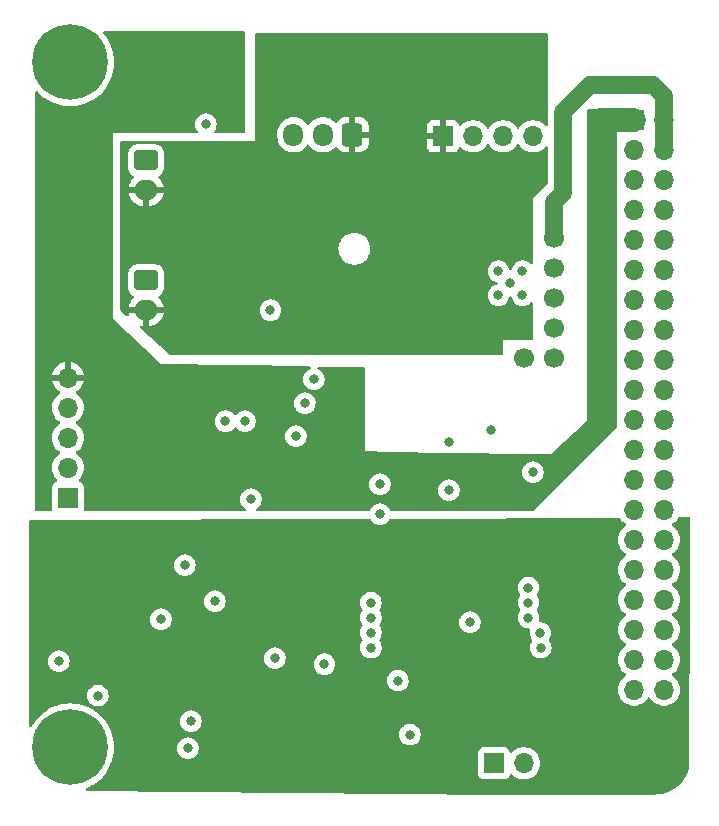
<source format=gbr>
%TF.GenerationSoftware,KiCad,Pcbnew,(6.99.0-2504-g6a9c6e8599)*%
%TF.CreationDate,2023-09-25T00:56:30-07:00*%
%TF.ProjectId,BuoyPower,42756f79-506f-4776-9572-2e6b69636164,rev?*%
%TF.SameCoordinates,Original*%
%TF.FileFunction,Copper,L2,Inr*%
%TF.FilePolarity,Positive*%
%FSLAX46Y46*%
G04 Gerber Fmt 4.6, Leading zero omitted, Abs format (unit mm)*
G04 Created by KiCad (PCBNEW (6.99.0-2504-g6a9c6e8599)) date 2023-09-25 00:56:30*
%MOMM*%
%LPD*%
G01*
G04 APERTURE LIST*
G04 Aperture macros list*
%AMRoundRect*
0 Rectangle with rounded corners*
0 $1 Rounding radius*
0 $2 $3 $4 $5 $6 $7 $8 $9 X,Y pos of 4 corners*
0 Add a 4 corners polygon primitive as box body*
4,1,4,$2,$3,$4,$5,$6,$7,$8,$9,$2,$3,0*
0 Add four circle primitives for the rounded corners*
1,1,$1+$1,$2,$3*
1,1,$1+$1,$4,$5*
1,1,$1+$1,$6,$7*
1,1,$1+$1,$8,$9*
0 Add four rect primitives between the rounded corners*
20,1,$1+$1,$2,$3,$4,$5,0*
20,1,$1+$1,$4,$5,$6,$7,0*
20,1,$1+$1,$6,$7,$8,$9,0*
20,1,$1+$1,$8,$9,$2,$3,0*%
G04 Aperture macros list end*
%TA.AperFunction,ComponentPad*%
%ADD10R,1.700000X1.700000*%
%TD*%
%TA.AperFunction,ComponentPad*%
%ADD11O,1.700000X1.700000*%
%TD*%
%TA.AperFunction,ComponentPad*%
%ADD12RoundRect,0.250000X0.600000X0.725000X-0.600000X0.725000X-0.600000X-0.725000X0.600000X-0.725000X0*%
%TD*%
%TA.AperFunction,ComponentPad*%
%ADD13O,1.700000X1.950000*%
%TD*%
%TA.AperFunction,ComponentPad*%
%ADD14RoundRect,0.250000X-0.750000X0.600000X-0.750000X-0.600000X0.750000X-0.600000X0.750000X0.600000X0*%
%TD*%
%TA.AperFunction,ComponentPad*%
%ADD15O,2.000000X1.700000*%
%TD*%
%TA.AperFunction,ComponentPad*%
%ADD16C,0.800000*%
%TD*%
%TA.AperFunction,ComponentPad*%
%ADD17C,6.400000*%
%TD*%
%TA.AperFunction,ComponentPad*%
%ADD18C,1.700000*%
%TD*%
%TA.AperFunction,ViaPad*%
%ADD19C,0.800000*%
%TD*%
%TA.AperFunction,Conductor*%
%ADD20C,1.500000*%
%TD*%
%TA.AperFunction,Conductor*%
%ADD21C,2.000000*%
%TD*%
G04 APERTURE END LIST*
D10*
%TO.N,GND*%
%TO.C,J9*%
X164332999Y-128523999D03*
D11*
%TO.N,Net-(BT2-+)*%
X166872999Y-128523999D03*
%TD*%
D10*
%TO.N,BATT_IN*%
%TO.C,J8*%
X160029999Y-75437999D03*
D11*
%TO.N,GND*%
X162569999Y-75437999D03*
%TO.N,+5V*%
X165109999Y-75437999D03*
%TO.N,GND*%
X167649999Y-75437999D03*
%TD*%
D12*
%TO.N,BATT_IN*%
%TO.C,J5*%
X152360000Y-75311000D03*
D13*
%TO.N,unconnected-(J5-Pin_2)*%
X149859999Y-75310999D03*
%TO.N,GND*%
X147359999Y-75310999D03*
%TD*%
D14*
%TO.N,GND*%
%TO.C,J4*%
X134895000Y-87650000D03*
D15*
%TO.N,BATT_IN*%
X134894999Y-90149999D03*
%TD*%
D16*
%TO.N,N/C*%
%TO.C,H3*%
X130868000Y-127174000D03*
X130165056Y-128871056D03*
X130165056Y-125476944D03*
X128468000Y-129574000D03*
D17*
X128468000Y-127174000D03*
D16*
X128468000Y-124774000D03*
X126770944Y-128871056D03*
X126770944Y-125476944D03*
X126068000Y-127174000D03*
%TD*%
%TO.N,N/C*%
%TO.C,H2*%
X130868000Y-69174000D03*
X130165056Y-70871056D03*
X130165056Y-67476944D03*
X128468000Y-71574000D03*
D17*
X128468000Y-69174000D03*
D16*
X128468000Y-66774000D03*
X126770944Y-70871056D03*
X126770944Y-67476944D03*
X126068000Y-69174000D03*
%TD*%
D10*
%TO.N,/HOLD*%
%TO.C,J2*%
X128269999Y-106039999D03*
D11*
%TO.N,/SCL*%
X128269999Y-103499999D03*
%TO.N,/SDA*%
X128269999Y-100959999D03*
%TO.N,GND*%
X128269999Y-98419999D03*
%TO.N,VBUS*%
X128269999Y-95879999D03*
%TD*%
D18*
%TO.N,+5V*%
%TO.C,J1*%
X169418000Y-84074000D03*
%TO.N,GND*%
X169418000Y-86614000D03*
X169418000Y-89154000D03*
%TO.N,/PowerMonitor/VOUT*%
X169418000Y-91694000D03*
%TO.N,/REG_EN*%
X169418000Y-94234000D03*
%TO.N,N/C*%
X166878000Y-94234000D03*
%TD*%
D14*
%TO.N,GND*%
%TO.C,J7*%
X134895000Y-77490000D03*
D15*
%TO.N,BATT_IN*%
X134894999Y-79989999D03*
%TD*%
D10*
%TO.N,VBUS*%
%TO.C,J10*%
X176197999Y-74043999D03*
D11*
%TO.N,+5V*%
X178737999Y-74043999D03*
%TO.N,/SDA*%
X176197999Y-76583999D03*
%TO.N,+5V*%
X178737999Y-76583999D03*
%TO.N,/SCL*%
X176197999Y-79123999D03*
%TO.N,GND*%
X178737999Y-79123999D03*
%TO.N,unconnected-(J10-Pin_7)*%
X176197999Y-81663999D03*
%TO.N,unconnected-(J10-Pin_8)*%
X178737999Y-81663999D03*
%TO.N,unconnected-(J10-Pin_9)*%
X176197999Y-84203999D03*
%TO.N,unconnected-(J10-Pin_10)*%
X178737999Y-84203999D03*
%TO.N,/HOLD*%
X176197999Y-86743999D03*
%TO.N,unconnected-(J10-Pin_12)*%
X178737999Y-86743999D03*
%TO.N,/TEST*%
X176197999Y-89283999D03*
%TO.N,unconnected-(J10-Pin_14)*%
X178737999Y-89283999D03*
%TO.N,unconnected-(J10-Pin_15)*%
X176197999Y-91823999D03*
%TO.N,unconnected-(J10-Pin_16)*%
X178737999Y-91823999D03*
%TO.N,unconnected-(J10-Pin_17)*%
X176197999Y-94363999D03*
%TO.N,unconnected-(J10-Pin_18)*%
X178737999Y-94363999D03*
%TO.N,unconnected-(J10-Pin_19)*%
X176197999Y-96903999D03*
%TO.N,unconnected-(J10-Pin_20)*%
X178737999Y-96903999D03*
%TO.N,unconnected-(J10-Pin_21)*%
X176197999Y-99443999D03*
%TO.N,unconnected-(J10-Pin_22)*%
X178737999Y-99443999D03*
%TO.N,unconnected-(J10-Pin_23)*%
X176197999Y-101983999D03*
%TO.N,unconnected-(J10-Pin_24)*%
X178737999Y-101983999D03*
%TO.N,unconnected-(J10-Pin_25)*%
X176197999Y-104523999D03*
%TO.N,unconnected-(J10-Pin_26)*%
X178737999Y-104523999D03*
%TO.N,unconnected-(J10-Pin_27)*%
X176197999Y-107063999D03*
%TO.N,unconnected-(J10-Pin_28)*%
X178737999Y-107063999D03*
%TO.N,unconnected-(J10-Pin_29)*%
X176197999Y-109603999D03*
%TO.N,unconnected-(J10-Pin_30)*%
X178737999Y-109603999D03*
%TO.N,unconnected-(J10-Pin_31)*%
X176197999Y-112143999D03*
%TO.N,unconnected-(J10-Pin_32)*%
X178737999Y-112143999D03*
%TO.N,unconnected-(J10-Pin_33)*%
X176197999Y-114683999D03*
%TO.N,unconnected-(J10-Pin_34)*%
X178737999Y-114683999D03*
%TO.N,unconnected-(J10-Pin_35)*%
X176197999Y-117223999D03*
%TO.N,unconnected-(J10-Pin_36)*%
X178737999Y-117223999D03*
%TO.N,unconnected-(J10-Pin_37)*%
X176197999Y-119763999D03*
%TO.N,unconnected-(J10-Pin_38)*%
X178737999Y-119763999D03*
%TO.N,GND*%
X176197999Y-122303999D03*
%TO.N,unconnected-(J10-Pin_40)*%
X178737999Y-122303999D03*
%TD*%
D19*
%TO.N,VBUS*%
X152908000Y-103124000D03*
%TO.N,GND*%
X143764000Y-106172000D03*
%TO.N,/SDA*%
X148336000Y-98044000D03*
X147574000Y-100838000D03*
%TO.N,GND*%
X149987000Y-120142000D03*
X167259000Y-116205000D03*
X165735000Y-87884000D03*
X145796000Y-119634000D03*
X154686000Y-104902000D03*
X166751000Y-88900000D03*
X153924000Y-118745000D03*
X168300400Y-118745000D03*
X167259000Y-113665000D03*
X153924000Y-116205000D03*
X164719000Y-88900000D03*
X156210000Y-121539000D03*
X168275000Y-117500400D03*
X157226000Y-126111000D03*
X153924000Y-114935000D03*
X166751000Y-86868000D03*
X149098000Y-96012000D03*
X130810000Y-122809000D03*
X127508000Y-119888000D03*
X143256000Y-99568000D03*
X136144000Y-116332000D03*
X164719000Y-86868000D03*
X145415000Y-90170000D03*
X139954000Y-74422000D03*
X154686000Y-107442000D03*
X167259000Y-114935000D03*
X153924000Y-117475000D03*
X141605000Y-99568000D03*
%TO.N,VBUS*%
X138684000Y-72644000D03*
X164449000Y-105045000D03*
X144195800Y-102433000D03*
X158496000Y-103124000D03*
X151892000Y-96520000D03*
%TO.N,/REG_EN*%
X140716000Y-114808000D03*
%TO.N,/SDA*%
X167640000Y-103886000D03*
X164084000Y-100330000D03*
%TO.N,/SCL*%
X160528000Y-101346000D03*
X160528000Y-105410000D03*
%TO.N,/HOLD*%
X138430000Y-127254000D03*
%TO.N,/TEST*%
X138684000Y-124968000D03*
%TO.N,BATT_IN*%
X140081000Y-78486000D03*
X141097000Y-79502000D03*
X139065000Y-77470000D03*
X139065000Y-79502000D03*
X141097000Y-77470000D03*
%TO.N,Net-(BT2-+)*%
X162306000Y-116586000D03*
X138176000Y-111760000D03*
%TO.N,VCC*%
X142240000Y-109870000D03*
X140208000Y-109870000D03*
X143256000Y-113792000D03*
X135382000Y-118618000D03*
X137922000Y-109870000D03*
X157734000Y-129286000D03*
X161798000Y-125222000D03*
%TD*%
D20*
%TO.N,+5V*%
X178738000Y-74044000D02*
X178738000Y-72058000D01*
X177800000Y-71120000D02*
X172466000Y-71120000D01*
X170180000Y-80264000D02*
X169418000Y-81026000D01*
X178738000Y-72058000D02*
X177800000Y-71120000D01*
X169418000Y-81026000D02*
X169418000Y-84074000D01*
X170180000Y-73406000D02*
X170180000Y-80264000D01*
X172466000Y-71120000D02*
X170180000Y-73406000D01*
X178738000Y-76584000D02*
X178738000Y-74044000D01*
D21*
%TO.N,VBUS*%
X173352000Y-74044000D02*
X173228000Y-74168000D01*
X176198000Y-74044000D02*
X173352000Y-74044000D01*
%TD*%
%TA.AperFunction,Conductor*%
%TO.N,VCC*%
G36*
X180909145Y-107716868D02*
G01*
X180955878Y-107770314D01*
X180967500Y-107823170D01*
X180967500Y-120779053D01*
X180961034Y-120818898D01*
X180848000Y-121158000D01*
X180848000Y-128979222D01*
X180843075Y-129014104D01*
X180811679Y-129123080D01*
X180808235Y-129133352D01*
X180752473Y-129278617D01*
X180751251Y-129281681D01*
X180691603Y-129425685D01*
X180687461Y-129434670D01*
X180616436Y-129574063D01*
X180614474Y-129577759D01*
X180539466Y-129713476D01*
X180534863Y-129721147D01*
X180453587Y-129846302D01*
X180449433Y-129852698D01*
X180446545Y-129856952D01*
X180357022Y-129983123D01*
X180352201Y-129989477D01*
X180253365Y-130111529D01*
X180249396Y-130116195D01*
X180146454Y-130231387D01*
X180141598Y-130236522D01*
X180030522Y-130347598D01*
X180025387Y-130352454D01*
X179910195Y-130455396D01*
X179905529Y-130459365D01*
X179783477Y-130558201D01*
X179777123Y-130563022D01*
X179650952Y-130652545D01*
X179646709Y-130655426D01*
X179556639Y-130713918D01*
X179515152Y-130740860D01*
X179507481Y-130745463D01*
X179371759Y-130820474D01*
X179368063Y-130822436D01*
X179236507Y-130889468D01*
X179228670Y-130893461D01*
X179219685Y-130897603D01*
X179075681Y-130957251D01*
X179072618Y-130958473D01*
X179019006Y-130979053D01*
X178927346Y-131014238D01*
X178917080Y-131017680D01*
X178765832Y-131061254D01*
X178763562Y-131061885D01*
X178614721Y-131101766D01*
X178603217Y-131104279D01*
X178532176Y-131116350D01*
X178444150Y-131131306D01*
X178443061Y-131131485D01*
X178294421Y-131155027D01*
X178281790Y-131156378D01*
X178101487Y-131166504D01*
X177971301Y-131173327D01*
X177964707Y-131173500D01*
X164809080Y-131173500D01*
X164807945Y-131173495D01*
X129895320Y-130858967D01*
X129827382Y-130838352D01*
X129781374Y-130784280D01*
X129771904Y-130713918D01*
X129801978Y-130649605D01*
X129851301Y-130615341D01*
X129919961Y-130588985D01*
X129978453Y-130566532D01*
X130091313Y-130509027D01*
X130321854Y-130391561D01*
X130321861Y-130391557D01*
X130324795Y-130390062D01*
X130382707Y-130352454D01*
X130648029Y-130180152D01*
X130648030Y-130180152D01*
X130650793Y-130178357D01*
X130801835Y-130056045D01*
X130950314Y-129935809D01*
X130950318Y-129935806D01*
X130952876Y-129933734D01*
X131227734Y-129658876D01*
X131253209Y-129627418D01*
X131388265Y-129460638D01*
X131419037Y-129422638D01*
X162974500Y-129422638D01*
X162974860Y-129425985D01*
X162974860Y-129425988D01*
X162975871Y-129435388D01*
X162981011Y-129483201D01*
X163032111Y-129620204D01*
X163037510Y-129627416D01*
X163037511Y-129627418D01*
X163062810Y-129661213D01*
X163119739Y-129737261D01*
X163126950Y-129742659D01*
X163217484Y-129810432D01*
X163236796Y-129824889D01*
X163373799Y-129875989D01*
X163410705Y-129879957D01*
X163431012Y-129882140D01*
X163431015Y-129882140D01*
X163434362Y-129882500D01*
X165231638Y-129882500D01*
X165234985Y-129882140D01*
X165234988Y-129882140D01*
X165255295Y-129879957D01*
X165292201Y-129875989D01*
X165429204Y-129824889D01*
X165448517Y-129810432D01*
X165539050Y-129742659D01*
X165546261Y-129737261D01*
X165603190Y-129661213D01*
X165628489Y-129627418D01*
X165628490Y-129627416D01*
X165633889Y-129620204D01*
X165677998Y-129501944D01*
X165720545Y-129445108D01*
X165787065Y-129420297D01*
X165856439Y-129435388D01*
X165888755Y-129460638D01*
X165909526Y-129483201D01*
X165949760Y-129526906D01*
X165953879Y-129530112D01*
X166122316Y-129661213D01*
X166127424Y-129665189D01*
X166325426Y-129772342D01*
X166538365Y-129845444D01*
X166543499Y-129846301D01*
X166543504Y-129846302D01*
X166755294Y-129881643D01*
X166755296Y-129881643D01*
X166760431Y-129882500D01*
X166985569Y-129882500D01*
X166990704Y-129881643D01*
X166990706Y-129881643D01*
X167202496Y-129846302D01*
X167202501Y-129846301D01*
X167207635Y-129845444D01*
X167420574Y-129772342D01*
X167618576Y-129665189D01*
X167623685Y-129661213D01*
X167792121Y-129530112D01*
X167796240Y-129526906D01*
X167872019Y-129444589D01*
X167945194Y-129365101D01*
X167945197Y-129365097D01*
X167948722Y-129361268D01*
X168020921Y-129250759D01*
X168069008Y-129177157D01*
X168069010Y-129177153D01*
X168071860Y-129172791D01*
X168089160Y-129133352D01*
X168141466Y-129014104D01*
X168162296Y-128966616D01*
X168166086Y-128951652D01*
X168216283Y-128753427D01*
X168216283Y-128753426D01*
X168217564Y-128748368D01*
X168222861Y-128684453D01*
X168235726Y-128529189D01*
X168236156Y-128524000D01*
X168229398Y-128442443D01*
X168217995Y-128304828D01*
X168217994Y-128304823D01*
X168217564Y-128299632D01*
X168185750Y-128174000D01*
X168163578Y-128086446D01*
X168163578Y-128086445D01*
X168162296Y-128081384D01*
X168098854Y-127936749D01*
X168073954Y-127879982D01*
X168073952Y-127879978D01*
X168071860Y-127875209D01*
X168054501Y-127848638D01*
X167951573Y-127691096D01*
X167948722Y-127686732D01*
X167945197Y-127682903D01*
X167945194Y-127682899D01*
X167799772Y-127524931D01*
X167796240Y-127521094D01*
X167618576Y-127382811D01*
X167420574Y-127275658D01*
X167207635Y-127202556D01*
X167202501Y-127201699D01*
X167202496Y-127201698D01*
X166990706Y-127166357D01*
X166990704Y-127166357D01*
X166985569Y-127165500D01*
X166760431Y-127165500D01*
X166755296Y-127166357D01*
X166755294Y-127166357D01*
X166543504Y-127201698D01*
X166543499Y-127201699D01*
X166538365Y-127202556D01*
X166325426Y-127275658D01*
X166127424Y-127382811D01*
X165949760Y-127521094D01*
X165946228Y-127524931D01*
X165888755Y-127587362D01*
X165827901Y-127623933D01*
X165756937Y-127621798D01*
X165698392Y-127581636D01*
X165677998Y-127546056D01*
X165642248Y-127450206D01*
X165633889Y-127427796D01*
X165546261Y-127310739D01*
X165429204Y-127223111D01*
X165292201Y-127172011D01*
X165255295Y-127168043D01*
X165234988Y-127165860D01*
X165234985Y-127165860D01*
X165231638Y-127165500D01*
X163434362Y-127165500D01*
X163431015Y-127165860D01*
X163431012Y-127165860D01*
X163410705Y-127168043D01*
X163373799Y-127172011D01*
X163236796Y-127223111D01*
X163119739Y-127310739D01*
X163032111Y-127427796D01*
X162981011Y-127564799D01*
X162974500Y-127625362D01*
X162974500Y-129422638D01*
X131419037Y-129422638D01*
X131472357Y-129356793D01*
X131684062Y-129030795D01*
X131692567Y-129014104D01*
X131859034Y-128687393D01*
X131860532Y-128684453D01*
X131953431Y-128442443D01*
X131998647Y-128324652D01*
X131998648Y-128324650D01*
X131999833Y-128321562D01*
X132100438Y-127946099D01*
X132150705Y-127628731D01*
X132160732Y-127565424D01*
X132160733Y-127565416D01*
X132161246Y-127562176D01*
X132177396Y-127254000D01*
X137516496Y-127254000D01*
X137517186Y-127260565D01*
X137535650Y-127436237D01*
X137536458Y-127443928D01*
X137595473Y-127625556D01*
X137690960Y-127790944D01*
X137818747Y-127932866D01*
X137973248Y-128045118D01*
X137979276Y-128047802D01*
X137979278Y-128047803D01*
X138141681Y-128120109D01*
X138147712Y-128122794D01*
X138241113Y-128142647D01*
X138328056Y-128161128D01*
X138328061Y-128161128D01*
X138334513Y-128162500D01*
X138525487Y-128162500D01*
X138531939Y-128161128D01*
X138531944Y-128161128D01*
X138618887Y-128142647D01*
X138712288Y-128122794D01*
X138718319Y-128120109D01*
X138880722Y-128047803D01*
X138880724Y-128047802D01*
X138886752Y-128045118D01*
X139041253Y-127932866D01*
X139169040Y-127790944D01*
X139264527Y-127625556D01*
X139323542Y-127443928D01*
X139324351Y-127436237D01*
X139342814Y-127260565D01*
X139343504Y-127254000D01*
X139340825Y-127228511D01*
X139324232Y-127070635D01*
X139324232Y-127070633D01*
X139323542Y-127064072D01*
X139264527Y-126882444D01*
X139169040Y-126717056D01*
X139041253Y-126575134D01*
X138913831Y-126482556D01*
X138892094Y-126466763D01*
X138892093Y-126466762D01*
X138886752Y-126462882D01*
X138880724Y-126460198D01*
X138880722Y-126460197D01*
X138718319Y-126387891D01*
X138718318Y-126387891D01*
X138712288Y-126385206D01*
X138618887Y-126365353D01*
X138531944Y-126346872D01*
X138531939Y-126346872D01*
X138525487Y-126345500D01*
X138334513Y-126345500D01*
X138328061Y-126346872D01*
X138328056Y-126346872D01*
X138241113Y-126365353D01*
X138147712Y-126385206D01*
X138141682Y-126387891D01*
X138141681Y-126387891D01*
X137979278Y-126460197D01*
X137979276Y-126460198D01*
X137973248Y-126462882D01*
X137967907Y-126466762D01*
X137967906Y-126466763D01*
X137946169Y-126482556D01*
X137818747Y-126575134D01*
X137690960Y-126717056D01*
X137595473Y-126882444D01*
X137536458Y-127064072D01*
X137535768Y-127070633D01*
X137535768Y-127070635D01*
X137519175Y-127228511D01*
X137516496Y-127254000D01*
X132177396Y-127254000D01*
X132181589Y-127174000D01*
X132161246Y-126785824D01*
X132100438Y-126401901D01*
X132022491Y-126111000D01*
X156312496Y-126111000D01*
X156332458Y-126300928D01*
X156391473Y-126482556D01*
X156486960Y-126647944D01*
X156614747Y-126789866D01*
X156713843Y-126861864D01*
X156750820Y-126888729D01*
X156769248Y-126902118D01*
X156775276Y-126904802D01*
X156775278Y-126904803D01*
X156937681Y-126977109D01*
X156943712Y-126979794D01*
X157037112Y-126999647D01*
X157124056Y-127018128D01*
X157124061Y-127018128D01*
X157130513Y-127019500D01*
X157321487Y-127019500D01*
X157327939Y-127018128D01*
X157327944Y-127018128D01*
X157414888Y-126999647D01*
X157508288Y-126979794D01*
X157514319Y-126977109D01*
X157676722Y-126904803D01*
X157676724Y-126904802D01*
X157682752Y-126902118D01*
X157701181Y-126888729D01*
X157738157Y-126861864D01*
X157837253Y-126789866D01*
X157965040Y-126647944D01*
X158060527Y-126482556D01*
X158119542Y-126300928D01*
X158139504Y-126111000D01*
X158122037Y-125944813D01*
X158120232Y-125927635D01*
X158120232Y-125927633D01*
X158119542Y-125921072D01*
X158060527Y-125739444D01*
X157965040Y-125574056D01*
X157875436Y-125474540D01*
X157841675Y-125437045D01*
X157841674Y-125437044D01*
X157837253Y-125432134D01*
X157709831Y-125339556D01*
X157688094Y-125323763D01*
X157688093Y-125323762D01*
X157682752Y-125319882D01*
X157676724Y-125317198D01*
X157676722Y-125317197D01*
X157514319Y-125244891D01*
X157514318Y-125244891D01*
X157508288Y-125242206D01*
X157414887Y-125222353D01*
X157327944Y-125203872D01*
X157327939Y-125203872D01*
X157321487Y-125202500D01*
X157130513Y-125202500D01*
X157124061Y-125203872D01*
X157124056Y-125203872D01*
X157037113Y-125222353D01*
X156943712Y-125242206D01*
X156937682Y-125244891D01*
X156937681Y-125244891D01*
X156775278Y-125317197D01*
X156775276Y-125317198D01*
X156769248Y-125319882D01*
X156763907Y-125323762D01*
X156763906Y-125323763D01*
X156742169Y-125339556D01*
X156614747Y-125432134D01*
X156610326Y-125437044D01*
X156610325Y-125437045D01*
X156576565Y-125474540D01*
X156486960Y-125574056D01*
X156391473Y-125739444D01*
X156332458Y-125921072D01*
X156331768Y-125927633D01*
X156331768Y-125927635D01*
X156329963Y-125944813D01*
X156312496Y-126111000D01*
X132022491Y-126111000D01*
X131999833Y-126026438D01*
X131860532Y-125663547D01*
X131849530Y-125641955D01*
X131685561Y-125320147D01*
X131685557Y-125320140D01*
X131684062Y-125317206D01*
X131637101Y-125244891D01*
X131474152Y-124993971D01*
X131474152Y-124993970D01*
X131472357Y-124991207D01*
X131453564Y-124968000D01*
X137770496Y-124968000D01*
X137790458Y-125157928D01*
X137849473Y-125339556D01*
X137944960Y-125504944D01*
X138072747Y-125646866D01*
X138171843Y-125718864D01*
X138208820Y-125745729D01*
X138227248Y-125759118D01*
X138233276Y-125761802D01*
X138233278Y-125761803D01*
X138395681Y-125834109D01*
X138401712Y-125836794D01*
X138495112Y-125856647D01*
X138582056Y-125875128D01*
X138582061Y-125875128D01*
X138588513Y-125876500D01*
X138779487Y-125876500D01*
X138785939Y-125875128D01*
X138785944Y-125875128D01*
X138872888Y-125856647D01*
X138966288Y-125836794D01*
X138972319Y-125834109D01*
X139134722Y-125761803D01*
X139134724Y-125761802D01*
X139140752Y-125759118D01*
X139159181Y-125745729D01*
X139196157Y-125718864D01*
X139295253Y-125646866D01*
X139423040Y-125504944D01*
X139518527Y-125339556D01*
X139577542Y-125157928D01*
X139597504Y-124968000D01*
X139577542Y-124778072D01*
X139518527Y-124596444D01*
X139423040Y-124431056D01*
X139410027Y-124416603D01*
X139299675Y-124294045D01*
X139299674Y-124294044D01*
X139295253Y-124289134D01*
X139140752Y-124176882D01*
X139134724Y-124174198D01*
X139134722Y-124174197D01*
X138972319Y-124101891D01*
X138972318Y-124101891D01*
X138966288Y-124099206D01*
X138872887Y-124079353D01*
X138785944Y-124060872D01*
X138785939Y-124060872D01*
X138779487Y-124059500D01*
X138588513Y-124059500D01*
X138582061Y-124060872D01*
X138582056Y-124060872D01*
X138495113Y-124079353D01*
X138401712Y-124099206D01*
X138395682Y-124101891D01*
X138395681Y-124101891D01*
X138233278Y-124174197D01*
X138233276Y-124174198D01*
X138227248Y-124176882D01*
X138072747Y-124289134D01*
X138068326Y-124294044D01*
X138068325Y-124294045D01*
X137957974Y-124416603D01*
X137944960Y-124431056D01*
X137849473Y-124596444D01*
X137790458Y-124778072D01*
X137770496Y-124968000D01*
X131453564Y-124968000D01*
X131227734Y-124689124D01*
X130952876Y-124414266D01*
X130650793Y-124169643D01*
X130324795Y-123957938D01*
X130321861Y-123956443D01*
X130321854Y-123956439D01*
X129981393Y-123782966D01*
X129978453Y-123781468D01*
X129711948Y-123679166D01*
X129618652Y-123643353D01*
X129618650Y-123643352D01*
X129615562Y-123642167D01*
X129240099Y-123541562D01*
X129036207Y-123509268D01*
X128859424Y-123481268D01*
X128859416Y-123481267D01*
X128856176Y-123480754D01*
X128468000Y-123460411D01*
X128079824Y-123480754D01*
X128076584Y-123481267D01*
X128076576Y-123481268D01*
X127899793Y-123509268D01*
X127695901Y-123541562D01*
X127320438Y-123642167D01*
X127317350Y-123643352D01*
X127317348Y-123643353D01*
X127224052Y-123679166D01*
X126957547Y-123781468D01*
X126954607Y-123782966D01*
X126614147Y-123956439D01*
X126614140Y-123956443D01*
X126611206Y-123957938D01*
X126608440Y-123959734D01*
X126608437Y-123959736D01*
X126287971Y-124167848D01*
X126285207Y-124169643D01*
X125983124Y-124414266D01*
X125708266Y-124689124D01*
X125463643Y-124991207D01*
X125461848Y-124993970D01*
X125461848Y-124993971D01*
X125298900Y-125244891D01*
X125251938Y-125317206D01*
X125250443Y-125320140D01*
X125250439Y-125320147D01*
X125206767Y-125405859D01*
X125158019Y-125457474D01*
X125089104Y-125474540D01*
X125021902Y-125451639D01*
X124977750Y-125396042D01*
X124968500Y-125348656D01*
X124968500Y-122809000D01*
X129896496Y-122809000D01*
X129897186Y-122815565D01*
X129912290Y-122959268D01*
X129916458Y-122998928D01*
X129975473Y-123180556D01*
X130070960Y-123345944D01*
X130075378Y-123350851D01*
X130075379Y-123350852D01*
X130174026Y-123460411D01*
X130198747Y-123487866D01*
X130353248Y-123600118D01*
X130359276Y-123602802D01*
X130359278Y-123602803D01*
X130491436Y-123661643D01*
X130527712Y-123677794D01*
X130621113Y-123697647D01*
X130708056Y-123716128D01*
X130708061Y-123716128D01*
X130714513Y-123717500D01*
X130905487Y-123717500D01*
X130911939Y-123716128D01*
X130911944Y-123716128D01*
X130998887Y-123697647D01*
X131092288Y-123677794D01*
X131128564Y-123661643D01*
X131260722Y-123602803D01*
X131260724Y-123602802D01*
X131266752Y-123600118D01*
X131421253Y-123487866D01*
X131445974Y-123460411D01*
X131544621Y-123350852D01*
X131544622Y-123350851D01*
X131549040Y-123345944D01*
X131644527Y-123180556D01*
X131703542Y-122998928D01*
X131707711Y-122959268D01*
X131722814Y-122815565D01*
X131723504Y-122809000D01*
X131703542Y-122619072D01*
X131644527Y-122437444D01*
X131549040Y-122272056D01*
X131503744Y-122221749D01*
X131425675Y-122135045D01*
X131425674Y-122135044D01*
X131421253Y-122130134D01*
X131266752Y-122017882D01*
X131260724Y-122015198D01*
X131260722Y-122015197D01*
X131098319Y-121942891D01*
X131098318Y-121942891D01*
X131092288Y-121940206D01*
X130979721Y-121916279D01*
X130911944Y-121901872D01*
X130911939Y-121901872D01*
X130905487Y-121900500D01*
X130714513Y-121900500D01*
X130708061Y-121901872D01*
X130708056Y-121901872D01*
X130640279Y-121916279D01*
X130527712Y-121940206D01*
X130521682Y-121942891D01*
X130521681Y-121942891D01*
X130359278Y-122015197D01*
X130359276Y-122015198D01*
X130353248Y-122017882D01*
X130198747Y-122130134D01*
X130194326Y-122135044D01*
X130194325Y-122135045D01*
X130116257Y-122221749D01*
X130070960Y-122272056D01*
X129975473Y-122437444D01*
X129916458Y-122619072D01*
X129896496Y-122809000D01*
X124968500Y-122809000D01*
X124968500Y-121539000D01*
X155296496Y-121539000D01*
X155297186Y-121545565D01*
X155309212Y-121659982D01*
X155316458Y-121728928D01*
X155375473Y-121910556D01*
X155470960Y-122075944D01*
X155475378Y-122080851D01*
X155475379Y-122080852D01*
X155519753Y-122130134D01*
X155598747Y-122217866D01*
X155753248Y-122330118D01*
X155759276Y-122332802D01*
X155759278Y-122332803D01*
X155921681Y-122405109D01*
X155927712Y-122407794D01*
X156021112Y-122427647D01*
X156108056Y-122446128D01*
X156108061Y-122446128D01*
X156114513Y-122447500D01*
X156305487Y-122447500D01*
X156311939Y-122446128D01*
X156311944Y-122446128D01*
X156398888Y-122427647D01*
X156492288Y-122407794D01*
X156498319Y-122405109D01*
X156660722Y-122332803D01*
X156660724Y-122332802D01*
X156666752Y-122330118D01*
X156821253Y-122217866D01*
X156900247Y-122130134D01*
X156944621Y-122080852D01*
X156944622Y-122080851D01*
X156949040Y-122075944D01*
X157044527Y-121910556D01*
X157103542Y-121728928D01*
X157110789Y-121659982D01*
X157122814Y-121545565D01*
X157123504Y-121539000D01*
X157103542Y-121349072D01*
X157044527Y-121167444D01*
X157039075Y-121158000D01*
X156976217Y-121049128D01*
X156949040Y-121002056D01*
X156858939Y-120901988D01*
X156825675Y-120865045D01*
X156825674Y-120865044D01*
X156821253Y-120860134D01*
X156680907Y-120758166D01*
X156672094Y-120751763D01*
X156672093Y-120751762D01*
X156666752Y-120747882D01*
X156660724Y-120745198D01*
X156660722Y-120745197D01*
X156498319Y-120672891D01*
X156498318Y-120672891D01*
X156492288Y-120670206D01*
X156398888Y-120650353D01*
X156311944Y-120631872D01*
X156311939Y-120631872D01*
X156305487Y-120630500D01*
X156114513Y-120630500D01*
X156108061Y-120631872D01*
X156108056Y-120631872D01*
X156021112Y-120650353D01*
X155927712Y-120670206D01*
X155921682Y-120672891D01*
X155921681Y-120672891D01*
X155759278Y-120745197D01*
X155759276Y-120745198D01*
X155753248Y-120747882D01*
X155747907Y-120751762D01*
X155747906Y-120751763D01*
X155739093Y-120758166D01*
X155598747Y-120860134D01*
X155594326Y-120865044D01*
X155594325Y-120865045D01*
X155561062Y-120901988D01*
X155470960Y-121002056D01*
X155443783Y-121049128D01*
X155380926Y-121158000D01*
X155375473Y-121167444D01*
X155316458Y-121349072D01*
X155296496Y-121539000D01*
X124968500Y-121539000D01*
X124968500Y-119888000D01*
X126594496Y-119888000D01*
X126614458Y-120077928D01*
X126673473Y-120259556D01*
X126768960Y-120424944D01*
X126773378Y-120429851D01*
X126773379Y-120429852D01*
X126873572Y-120541128D01*
X126896747Y-120566866D01*
X126938091Y-120596904D01*
X127038982Y-120670206D01*
X127051248Y-120679118D01*
X127057276Y-120681802D01*
X127057278Y-120681803D01*
X127205695Y-120747882D01*
X127225712Y-120756794D01*
X127319113Y-120776647D01*
X127406056Y-120795128D01*
X127406061Y-120795128D01*
X127412513Y-120796500D01*
X127603487Y-120796500D01*
X127609939Y-120795128D01*
X127609944Y-120795128D01*
X127696887Y-120776647D01*
X127790288Y-120756794D01*
X127810305Y-120747882D01*
X127958722Y-120681803D01*
X127958724Y-120681802D01*
X127964752Y-120679118D01*
X127977019Y-120670206D01*
X128077909Y-120596904D01*
X128119253Y-120566866D01*
X128142428Y-120541128D01*
X128242621Y-120429852D01*
X128242622Y-120429851D01*
X128247040Y-120424944D01*
X128342527Y-120259556D01*
X128401542Y-120077928D01*
X128421504Y-119888000D01*
X128401542Y-119698072D01*
X128380724Y-119634000D01*
X144882496Y-119634000D01*
X144883186Y-119640565D01*
X144884546Y-119653500D01*
X144902458Y-119823928D01*
X144961473Y-120005556D01*
X145056960Y-120170944D01*
X145061378Y-120175851D01*
X145061379Y-120175852D01*
X145180325Y-120307955D01*
X145184747Y-120312866D01*
X145283843Y-120384864D01*
X145328291Y-120417157D01*
X145339248Y-120425118D01*
X145345276Y-120427802D01*
X145345278Y-120427803D01*
X145507681Y-120500109D01*
X145513712Y-120502794D01*
X145607113Y-120522647D01*
X145694056Y-120541128D01*
X145694061Y-120541128D01*
X145700513Y-120542500D01*
X145891487Y-120542500D01*
X145897939Y-120541128D01*
X145897944Y-120541128D01*
X145984887Y-120522647D01*
X146078288Y-120502794D01*
X146084319Y-120500109D01*
X146246722Y-120427803D01*
X146246724Y-120427802D01*
X146252752Y-120425118D01*
X146263710Y-120417157D01*
X146308157Y-120384864D01*
X146407253Y-120312866D01*
X146411675Y-120307955D01*
X146530621Y-120175852D01*
X146530622Y-120175851D01*
X146535040Y-120170944D01*
X146551751Y-120142000D01*
X149073496Y-120142000D01*
X149074186Y-120148565D01*
X149091863Y-120316749D01*
X149093458Y-120331928D01*
X149152473Y-120513556D01*
X149247960Y-120678944D01*
X149375747Y-120820866D01*
X149530248Y-120933118D01*
X149536276Y-120935802D01*
X149536278Y-120935803D01*
X149674062Y-120997148D01*
X149704712Y-121010794D01*
X149773823Y-121025484D01*
X149885056Y-121049128D01*
X149885061Y-121049128D01*
X149891513Y-121050500D01*
X150082487Y-121050500D01*
X150088939Y-121049128D01*
X150088944Y-121049128D01*
X150200177Y-121025484D01*
X150269288Y-121010794D01*
X150299938Y-120997148D01*
X150437722Y-120935803D01*
X150437724Y-120935802D01*
X150443752Y-120933118D01*
X150598253Y-120820866D01*
X150726040Y-120678944D01*
X150821527Y-120513556D01*
X150880542Y-120331928D01*
X150882138Y-120316749D01*
X150899814Y-120148565D01*
X150900504Y-120142000D01*
X150880542Y-119952072D01*
X150821527Y-119770444D01*
X150726040Y-119605056D01*
X150646254Y-119516444D01*
X150602675Y-119468045D01*
X150602674Y-119468044D01*
X150598253Y-119463134D01*
X150443752Y-119350882D01*
X150437724Y-119348198D01*
X150437722Y-119348197D01*
X150275319Y-119275891D01*
X150275318Y-119275891D01*
X150269288Y-119273206D01*
X150175887Y-119253353D01*
X150088944Y-119234872D01*
X150088939Y-119234872D01*
X150082487Y-119233500D01*
X149891513Y-119233500D01*
X149885061Y-119234872D01*
X149885056Y-119234872D01*
X149798113Y-119253353D01*
X149704712Y-119273206D01*
X149698682Y-119275891D01*
X149698681Y-119275891D01*
X149536278Y-119348197D01*
X149536276Y-119348198D01*
X149530248Y-119350882D01*
X149375747Y-119463134D01*
X149371326Y-119468044D01*
X149371325Y-119468045D01*
X149327747Y-119516444D01*
X149247960Y-119605056D01*
X149152473Y-119770444D01*
X149093458Y-119952072D01*
X149073496Y-120142000D01*
X146551751Y-120142000D01*
X146630527Y-120005556D01*
X146689542Y-119823928D01*
X146707455Y-119653500D01*
X146708814Y-119640565D01*
X146709504Y-119634000D01*
X146708814Y-119627435D01*
X146690232Y-119450635D01*
X146690232Y-119450633D01*
X146689542Y-119444072D01*
X146630527Y-119262444D01*
X146535040Y-119097056D01*
X146504055Y-119062643D01*
X146411675Y-118960045D01*
X146411674Y-118960044D01*
X146407253Y-118955134D01*
X146252752Y-118842882D01*
X146246724Y-118840198D01*
X146246722Y-118840197D01*
X146084319Y-118767891D01*
X146084318Y-118767891D01*
X146078288Y-118765206D01*
X145983227Y-118745000D01*
X153010496Y-118745000D01*
X153011186Y-118751565D01*
X153029597Y-118926732D01*
X153030458Y-118934928D01*
X153089473Y-119116556D01*
X153184960Y-119281944D01*
X153312747Y-119423866D01*
X153361450Y-119459251D01*
X153448820Y-119522729D01*
X153467248Y-119536118D01*
X153473276Y-119538802D01*
X153473278Y-119538803D01*
X153611062Y-119600148D01*
X153641712Y-119613794D01*
X153705888Y-119627435D01*
X153822056Y-119652128D01*
X153822061Y-119652128D01*
X153828513Y-119653500D01*
X154019487Y-119653500D01*
X154025939Y-119652128D01*
X154025944Y-119652128D01*
X154142112Y-119627435D01*
X154206288Y-119613794D01*
X154236938Y-119600148D01*
X154374722Y-119538803D01*
X154374724Y-119538802D01*
X154380752Y-119536118D01*
X154399181Y-119522729D01*
X154486550Y-119459251D01*
X154535253Y-119423866D01*
X154663040Y-119281944D01*
X154758527Y-119116556D01*
X154817542Y-118934928D01*
X154818404Y-118926732D01*
X154836814Y-118751565D01*
X154837504Y-118745000D01*
X154835599Y-118726872D01*
X154818232Y-118561635D01*
X154818232Y-118561633D01*
X154817542Y-118555072D01*
X154758527Y-118373444D01*
X154663040Y-118208056D01*
X154650662Y-118194309D01*
X154619946Y-118130303D01*
X154628710Y-118059850D01*
X154650661Y-118025693D01*
X154663040Y-118011944D01*
X154740558Y-117877679D01*
X154755223Y-117852279D01*
X154755224Y-117852278D01*
X154758527Y-117846556D01*
X154817542Y-117664928D01*
X154835455Y-117494500D01*
X154836814Y-117481565D01*
X154837504Y-117475000D01*
X154836814Y-117468435D01*
X154818232Y-117291635D01*
X154818232Y-117291633D01*
X154817542Y-117285072D01*
X154758527Y-117103444D01*
X154663040Y-116938056D01*
X154650662Y-116924309D01*
X154619946Y-116860303D01*
X154628710Y-116789850D01*
X154650661Y-116755693D01*
X154663040Y-116741944D01*
X154749668Y-116591900D01*
X154753075Y-116586000D01*
X161392496Y-116586000D01*
X161393186Y-116592565D01*
X161409402Y-116746847D01*
X161412458Y-116775928D01*
X161471473Y-116957556D01*
X161566960Y-117122944D01*
X161694747Y-117264866D01*
X161849248Y-117377118D01*
X161855276Y-117379802D01*
X161855278Y-117379803D01*
X161997608Y-117443172D01*
X162023712Y-117454794D01*
X162087888Y-117468435D01*
X162204056Y-117493128D01*
X162204061Y-117493128D01*
X162210513Y-117494500D01*
X162401487Y-117494500D01*
X162407939Y-117493128D01*
X162407944Y-117493128D01*
X162524112Y-117468435D01*
X162588288Y-117454794D01*
X162614392Y-117443172D01*
X162756722Y-117379803D01*
X162756724Y-117379802D01*
X162762752Y-117377118D01*
X162917253Y-117264866D01*
X163045040Y-117122944D01*
X163140527Y-116957556D01*
X163199542Y-116775928D01*
X163202599Y-116746847D01*
X163218814Y-116592565D01*
X163219504Y-116586000D01*
X163212770Y-116521928D01*
X163200232Y-116402635D01*
X163200232Y-116402633D01*
X163199542Y-116396072D01*
X163140527Y-116214444D01*
X163135075Y-116205000D01*
X166345496Y-116205000D01*
X166346186Y-116211565D01*
X166364597Y-116386732D01*
X166365458Y-116394928D01*
X166424473Y-116576556D01*
X166427776Y-116582278D01*
X166427777Y-116582279D01*
X166433332Y-116591900D01*
X166519960Y-116741944D01*
X166647747Y-116883866D01*
X166802248Y-116996118D01*
X166808276Y-116998802D01*
X166808278Y-116998803D01*
X166844094Y-117014749D01*
X166976712Y-117073794D01*
X167070113Y-117093647D01*
X167157056Y-117112128D01*
X167157061Y-117112128D01*
X167163513Y-117113500D01*
X167272034Y-117113500D01*
X167340155Y-117133502D01*
X167386648Y-117187158D01*
X167396752Y-117257432D01*
X167391867Y-117278436D01*
X167381458Y-117310472D01*
X167380768Y-117317033D01*
X167380768Y-117317035D01*
X167366433Y-117453427D01*
X167361496Y-117500400D01*
X167362186Y-117506965D01*
X167378099Y-117658365D01*
X167381458Y-117690328D01*
X167440473Y-117871956D01*
X167443776Y-117877678D01*
X167443777Y-117877679D01*
X167456474Y-117899670D01*
X167535960Y-118037344D01*
X167540378Y-118042251D01*
X167540379Y-118042252D01*
X167550858Y-118053890D01*
X167581576Y-118117897D01*
X167572811Y-118188351D01*
X167561904Y-118207452D01*
X167561360Y-118208056D01*
X167558062Y-118213768D01*
X167558060Y-118213771D01*
X167552692Y-118223069D01*
X167465873Y-118373444D01*
X167406858Y-118555072D01*
X167406168Y-118561633D01*
X167406168Y-118561635D01*
X167388801Y-118726872D01*
X167386896Y-118745000D01*
X167387586Y-118751565D01*
X167405997Y-118926732D01*
X167406858Y-118934928D01*
X167465873Y-119116556D01*
X167561360Y-119281944D01*
X167689147Y-119423866D01*
X167737850Y-119459251D01*
X167825220Y-119522729D01*
X167843648Y-119536118D01*
X167849676Y-119538802D01*
X167849678Y-119538803D01*
X167987462Y-119600148D01*
X168018112Y-119613794D01*
X168082288Y-119627435D01*
X168198456Y-119652128D01*
X168198461Y-119652128D01*
X168204913Y-119653500D01*
X168395887Y-119653500D01*
X168402339Y-119652128D01*
X168402344Y-119652128D01*
X168518512Y-119627435D01*
X168582688Y-119613794D01*
X168613338Y-119600148D01*
X168751122Y-119538803D01*
X168751124Y-119538802D01*
X168757152Y-119536118D01*
X168775581Y-119522729D01*
X168862950Y-119459251D01*
X168911653Y-119423866D01*
X169039440Y-119281944D01*
X169134927Y-119116556D01*
X169193942Y-118934928D01*
X169194804Y-118926732D01*
X169213214Y-118751565D01*
X169213904Y-118745000D01*
X169211999Y-118726872D01*
X169194632Y-118561635D01*
X169194632Y-118561633D01*
X169193942Y-118555072D01*
X169134927Y-118373444D01*
X169039440Y-118208056D01*
X169024542Y-118191510D01*
X168993824Y-118127503D01*
X169002589Y-118057049D01*
X169013496Y-118037948D01*
X169014040Y-118037344D01*
X169017342Y-118031626D01*
X169106223Y-117877679D01*
X169106224Y-117877678D01*
X169109527Y-117871956D01*
X169168542Y-117690328D01*
X169171902Y-117658365D01*
X169187814Y-117506965D01*
X169188504Y-117500400D01*
X169183567Y-117453427D01*
X169169232Y-117317035D01*
X169169232Y-117317033D01*
X169168542Y-117310472D01*
X169109527Y-117128844D01*
X169103981Y-117119237D01*
X169034926Y-116999632D01*
X169014040Y-116963456D01*
X168886253Y-116821534D01*
X168731752Y-116709282D01*
X168725724Y-116706598D01*
X168725722Y-116706597D01*
X168563319Y-116634291D01*
X168563318Y-116634291D01*
X168557288Y-116631606D01*
X168463888Y-116611753D01*
X168376944Y-116593272D01*
X168376939Y-116593272D01*
X168370487Y-116591900D01*
X168261966Y-116591900D01*
X168193845Y-116571898D01*
X168147352Y-116518242D01*
X168137248Y-116447968D01*
X168142133Y-116426964D01*
X168150502Y-116401206D01*
X168152542Y-116394928D01*
X168153404Y-116386732D01*
X168171814Y-116211565D01*
X168172504Y-116205000D01*
X168155598Y-116044148D01*
X168153232Y-116021635D01*
X168153232Y-116021633D01*
X168152542Y-116015072D01*
X168093527Y-115833444D01*
X167998040Y-115668056D01*
X167985662Y-115654309D01*
X167954946Y-115590303D01*
X167963710Y-115519850D01*
X167985661Y-115485693D01*
X167998040Y-115471944D01*
X168074665Y-115339226D01*
X168090223Y-115312279D01*
X168090224Y-115312278D01*
X168093527Y-115306556D01*
X168152542Y-115124928D01*
X168172504Y-114935000D01*
X168152542Y-114745072D01*
X168093527Y-114563444D01*
X167998040Y-114398056D01*
X167985662Y-114384309D01*
X167954946Y-114320303D01*
X167963710Y-114249850D01*
X167985661Y-114215693D01*
X167998040Y-114201944D01*
X168093527Y-114036556D01*
X168152542Y-113854928D01*
X168153404Y-113846732D01*
X168171814Y-113671565D01*
X168172504Y-113665000D01*
X168157770Y-113524814D01*
X168153232Y-113481635D01*
X168153232Y-113481633D01*
X168152542Y-113475072D01*
X168093527Y-113293444D01*
X167998040Y-113128056D01*
X167870253Y-112986134D01*
X167715752Y-112873882D01*
X167709724Y-112871198D01*
X167709722Y-112871197D01*
X167547319Y-112798891D01*
X167547318Y-112798891D01*
X167541288Y-112796206D01*
X167447888Y-112776353D01*
X167360944Y-112757872D01*
X167360939Y-112757872D01*
X167354487Y-112756500D01*
X167163513Y-112756500D01*
X167157061Y-112757872D01*
X167157056Y-112757872D01*
X167070112Y-112776353D01*
X166976712Y-112796206D01*
X166970682Y-112798891D01*
X166970681Y-112798891D01*
X166808278Y-112871197D01*
X166808276Y-112871198D01*
X166802248Y-112873882D01*
X166647747Y-112986134D01*
X166519960Y-113128056D01*
X166424473Y-113293444D01*
X166365458Y-113475072D01*
X166364768Y-113481633D01*
X166364768Y-113481635D01*
X166360230Y-113524814D01*
X166345496Y-113665000D01*
X166346186Y-113671565D01*
X166364597Y-113846732D01*
X166365458Y-113854928D01*
X166424473Y-114036556D01*
X166519960Y-114201944D01*
X166532338Y-114215691D01*
X166563054Y-114279697D01*
X166554290Y-114350150D01*
X166532339Y-114384307D01*
X166519960Y-114398056D01*
X166424473Y-114563444D01*
X166365458Y-114745072D01*
X166345496Y-114935000D01*
X166365458Y-115124928D01*
X166424473Y-115306556D01*
X166427776Y-115312278D01*
X166427777Y-115312279D01*
X166443335Y-115339226D01*
X166519960Y-115471944D01*
X166532338Y-115485691D01*
X166563054Y-115549697D01*
X166554290Y-115620150D01*
X166532339Y-115654307D01*
X166519960Y-115668056D01*
X166424473Y-115833444D01*
X166365458Y-116015072D01*
X166364768Y-116021633D01*
X166364768Y-116021635D01*
X166362402Y-116044148D01*
X166345496Y-116205000D01*
X163135075Y-116205000D01*
X163095118Y-116135794D01*
X163045040Y-116049056D01*
X162965254Y-115960444D01*
X162921675Y-115912045D01*
X162921674Y-115912044D01*
X162917253Y-115907134D01*
X162762752Y-115794882D01*
X162756724Y-115792198D01*
X162756722Y-115792197D01*
X162594319Y-115719891D01*
X162594318Y-115719891D01*
X162588288Y-115717206D01*
X162494887Y-115697353D01*
X162407944Y-115678872D01*
X162407939Y-115678872D01*
X162401487Y-115677500D01*
X162210513Y-115677500D01*
X162204061Y-115678872D01*
X162204056Y-115678872D01*
X162117113Y-115697353D01*
X162023712Y-115717206D01*
X162017682Y-115719891D01*
X162017681Y-115719891D01*
X161855278Y-115792197D01*
X161855276Y-115792198D01*
X161849248Y-115794882D01*
X161694747Y-115907134D01*
X161690326Y-115912044D01*
X161690325Y-115912045D01*
X161646747Y-115960444D01*
X161566960Y-116049056D01*
X161516882Y-116135794D01*
X161476926Y-116205000D01*
X161471473Y-116214444D01*
X161412458Y-116396072D01*
X161411768Y-116402633D01*
X161411768Y-116402635D01*
X161399230Y-116521928D01*
X161392496Y-116586000D01*
X154753075Y-116586000D01*
X154755223Y-116582279D01*
X154755224Y-116582278D01*
X154758527Y-116576556D01*
X154817542Y-116394928D01*
X154818404Y-116386732D01*
X154836814Y-116211565D01*
X154837504Y-116205000D01*
X154820598Y-116044148D01*
X154818232Y-116021635D01*
X154818232Y-116021633D01*
X154817542Y-116015072D01*
X154758527Y-115833444D01*
X154663040Y-115668056D01*
X154650662Y-115654309D01*
X154619946Y-115590303D01*
X154628710Y-115519850D01*
X154650661Y-115485693D01*
X154663040Y-115471944D01*
X154739665Y-115339226D01*
X154755223Y-115312279D01*
X154755224Y-115312278D01*
X154758527Y-115306556D01*
X154817542Y-115124928D01*
X154837504Y-114935000D01*
X154817542Y-114745072D01*
X154758527Y-114563444D01*
X154663040Y-114398056D01*
X154535253Y-114256134D01*
X154380752Y-114143882D01*
X154374724Y-114141198D01*
X154374722Y-114141197D01*
X154212319Y-114068891D01*
X154212318Y-114068891D01*
X154206288Y-114066206D01*
X154093721Y-114042279D01*
X154025944Y-114027872D01*
X154025939Y-114027872D01*
X154019487Y-114026500D01*
X153828513Y-114026500D01*
X153822061Y-114027872D01*
X153822056Y-114027872D01*
X153754279Y-114042279D01*
X153641712Y-114066206D01*
X153635682Y-114068891D01*
X153635681Y-114068891D01*
X153473278Y-114141197D01*
X153473276Y-114141198D01*
X153467248Y-114143882D01*
X153312747Y-114256134D01*
X153184960Y-114398056D01*
X153089473Y-114563444D01*
X153030458Y-114745072D01*
X153010496Y-114935000D01*
X153030458Y-115124928D01*
X153089473Y-115306556D01*
X153092776Y-115312278D01*
X153092777Y-115312279D01*
X153108335Y-115339226D01*
X153184960Y-115471944D01*
X153197338Y-115485691D01*
X153228054Y-115549697D01*
X153219290Y-115620150D01*
X153197339Y-115654307D01*
X153184960Y-115668056D01*
X153089473Y-115833444D01*
X153030458Y-116015072D01*
X153029768Y-116021633D01*
X153029768Y-116021635D01*
X153027402Y-116044148D01*
X153010496Y-116205000D01*
X153011186Y-116211565D01*
X153029597Y-116386732D01*
X153030458Y-116394928D01*
X153089473Y-116576556D01*
X153092776Y-116582278D01*
X153092777Y-116582279D01*
X153098332Y-116591900D01*
X153184960Y-116741944D01*
X153197338Y-116755691D01*
X153228054Y-116819697D01*
X153219290Y-116890150D01*
X153197339Y-116924307D01*
X153184960Y-116938056D01*
X153089473Y-117103444D01*
X153030458Y-117285072D01*
X153029768Y-117291633D01*
X153029768Y-117291635D01*
X153011186Y-117468435D01*
X153010496Y-117475000D01*
X153011186Y-117481565D01*
X153012546Y-117494500D01*
X153030458Y-117664928D01*
X153089473Y-117846556D01*
X153092776Y-117852278D01*
X153092777Y-117852279D01*
X153107442Y-117877679D01*
X153184960Y-118011944D01*
X153197338Y-118025691D01*
X153228054Y-118089697D01*
X153219290Y-118160150D01*
X153197339Y-118194307D01*
X153184960Y-118208056D01*
X153089473Y-118373444D01*
X153030458Y-118555072D01*
X153029768Y-118561633D01*
X153029768Y-118561635D01*
X153012401Y-118726872D01*
X153010496Y-118745000D01*
X145983227Y-118745000D01*
X145897944Y-118726872D01*
X145897939Y-118726872D01*
X145891487Y-118725500D01*
X145700513Y-118725500D01*
X145694061Y-118726872D01*
X145694056Y-118726872D01*
X145608773Y-118745000D01*
X145513712Y-118765206D01*
X145507682Y-118767891D01*
X145507681Y-118767891D01*
X145345278Y-118840197D01*
X145345276Y-118840198D01*
X145339248Y-118842882D01*
X145184747Y-118955134D01*
X145180326Y-118960044D01*
X145180325Y-118960045D01*
X145087946Y-119062643D01*
X145056960Y-119097056D01*
X144961473Y-119262444D01*
X144902458Y-119444072D01*
X144901768Y-119450633D01*
X144901768Y-119450635D01*
X144883186Y-119627435D01*
X144882496Y-119634000D01*
X128380724Y-119634000D01*
X128342527Y-119516444D01*
X128247040Y-119351056D01*
X128167254Y-119262444D01*
X128123675Y-119214045D01*
X128123674Y-119214044D01*
X128119253Y-119209134D01*
X127983968Y-119110843D01*
X127970094Y-119100763D01*
X127970093Y-119100762D01*
X127964752Y-119096882D01*
X127958724Y-119094198D01*
X127958722Y-119094197D01*
X127796319Y-119021891D01*
X127796318Y-119021891D01*
X127790288Y-119019206D01*
X127696888Y-118999353D01*
X127609944Y-118980872D01*
X127609939Y-118980872D01*
X127603487Y-118979500D01*
X127412513Y-118979500D01*
X127406061Y-118980872D01*
X127406056Y-118980872D01*
X127319112Y-118999353D01*
X127225712Y-119019206D01*
X127219682Y-119021891D01*
X127219681Y-119021891D01*
X127057278Y-119094197D01*
X127057276Y-119094198D01*
X127051248Y-119096882D01*
X127045907Y-119100762D01*
X127045906Y-119100763D01*
X127032032Y-119110843D01*
X126896747Y-119209134D01*
X126892326Y-119214044D01*
X126892325Y-119214045D01*
X126848747Y-119262444D01*
X126768960Y-119351056D01*
X126673473Y-119516444D01*
X126614458Y-119698072D01*
X126594496Y-119888000D01*
X124968500Y-119888000D01*
X124968500Y-116332000D01*
X135230496Y-116332000D01*
X135231186Y-116338565D01*
X135242685Y-116447968D01*
X135250458Y-116521928D01*
X135309473Y-116703556D01*
X135312776Y-116709278D01*
X135312777Y-116709279D01*
X135328335Y-116736226D01*
X135404960Y-116868944D01*
X135409378Y-116873851D01*
X135409379Y-116873852D01*
X135490059Y-116963456D01*
X135532747Y-117010866D01*
X135615664Y-117071109D01*
X135672122Y-117112128D01*
X135687248Y-117123118D01*
X135693276Y-117125802D01*
X135693278Y-117125803D01*
X135855681Y-117198109D01*
X135861712Y-117200794D01*
X135946475Y-117218811D01*
X136042056Y-117239128D01*
X136042061Y-117239128D01*
X136048513Y-117240500D01*
X136239487Y-117240500D01*
X136245939Y-117239128D01*
X136245944Y-117239128D01*
X136341525Y-117218811D01*
X136426288Y-117200794D01*
X136432319Y-117198109D01*
X136594722Y-117125803D01*
X136594724Y-117125802D01*
X136600752Y-117123118D01*
X136615879Y-117112128D01*
X136672336Y-117071109D01*
X136755253Y-117010866D01*
X136797941Y-116963456D01*
X136878621Y-116873852D01*
X136878622Y-116873851D01*
X136883040Y-116868944D01*
X136959665Y-116736226D01*
X136975223Y-116709279D01*
X136975224Y-116709278D01*
X136978527Y-116703556D01*
X137037542Y-116521928D01*
X137045316Y-116447968D01*
X137056814Y-116338565D01*
X137057504Y-116332000D01*
X137046251Y-116224931D01*
X137038232Y-116148635D01*
X137038232Y-116148633D01*
X137037542Y-116142072D01*
X136978527Y-115960444D01*
X136883040Y-115795056D01*
X136785662Y-115686906D01*
X136759675Y-115658045D01*
X136759674Y-115658044D01*
X136755253Y-115653134D01*
X136600752Y-115540882D01*
X136594724Y-115538198D01*
X136594722Y-115538197D01*
X136432319Y-115465891D01*
X136432318Y-115465891D01*
X136426288Y-115463206D01*
X136332887Y-115443353D01*
X136245944Y-115424872D01*
X136245939Y-115424872D01*
X136239487Y-115423500D01*
X136048513Y-115423500D01*
X136042061Y-115424872D01*
X136042056Y-115424872D01*
X135955113Y-115443353D01*
X135861712Y-115463206D01*
X135855682Y-115465891D01*
X135855681Y-115465891D01*
X135693278Y-115538197D01*
X135693276Y-115538198D01*
X135687248Y-115540882D01*
X135532747Y-115653134D01*
X135528326Y-115658044D01*
X135528325Y-115658045D01*
X135502339Y-115686906D01*
X135404960Y-115795056D01*
X135309473Y-115960444D01*
X135250458Y-116142072D01*
X135249768Y-116148633D01*
X135249768Y-116148635D01*
X135241749Y-116224931D01*
X135230496Y-116332000D01*
X124968500Y-116332000D01*
X124968500Y-114808000D01*
X139802496Y-114808000D01*
X139822458Y-114997928D01*
X139881473Y-115179556D01*
X139976960Y-115344944D01*
X140104747Y-115486866D01*
X140259248Y-115599118D01*
X140265276Y-115601802D01*
X140265278Y-115601803D01*
X140414086Y-115668056D01*
X140433712Y-115676794D01*
X140527113Y-115696647D01*
X140614056Y-115715128D01*
X140614061Y-115715128D01*
X140620513Y-115716500D01*
X140811487Y-115716500D01*
X140817939Y-115715128D01*
X140817944Y-115715128D01*
X140904887Y-115696647D01*
X140998288Y-115676794D01*
X141017914Y-115668056D01*
X141166722Y-115601803D01*
X141166724Y-115601802D01*
X141172752Y-115599118D01*
X141327253Y-115486866D01*
X141455040Y-115344944D01*
X141550527Y-115179556D01*
X141609542Y-114997928D01*
X141629504Y-114808000D01*
X141609542Y-114618072D01*
X141550527Y-114436444D01*
X141455040Y-114271056D01*
X141405188Y-114215689D01*
X141331675Y-114134045D01*
X141331674Y-114134044D01*
X141327253Y-114129134D01*
X141191968Y-114030843D01*
X141178094Y-114020763D01*
X141178093Y-114020762D01*
X141172752Y-114016882D01*
X141166724Y-114014198D01*
X141166722Y-114014197D01*
X141004319Y-113941891D01*
X141004318Y-113941891D01*
X140998288Y-113939206D01*
X140904888Y-113919353D01*
X140817944Y-113900872D01*
X140817939Y-113900872D01*
X140811487Y-113899500D01*
X140620513Y-113899500D01*
X140614061Y-113900872D01*
X140614056Y-113900872D01*
X140527112Y-113919353D01*
X140433712Y-113939206D01*
X140427682Y-113941891D01*
X140427681Y-113941891D01*
X140265278Y-114014197D01*
X140265276Y-114014198D01*
X140259248Y-114016882D01*
X140253907Y-114020762D01*
X140253906Y-114020763D01*
X140240032Y-114030843D01*
X140104747Y-114129134D01*
X140100326Y-114134044D01*
X140100325Y-114134045D01*
X140026813Y-114215689D01*
X139976960Y-114271056D01*
X139881473Y-114436444D01*
X139822458Y-114618072D01*
X139802496Y-114808000D01*
X124968500Y-114808000D01*
X124968500Y-111760000D01*
X137262496Y-111760000D01*
X137282458Y-111949928D01*
X137341473Y-112131556D01*
X137344776Y-112137278D01*
X137344777Y-112137279D01*
X137351653Y-112149189D01*
X137436960Y-112296944D01*
X137441378Y-112301851D01*
X137441379Y-112301852D01*
X137560325Y-112433955D01*
X137564747Y-112438866D01*
X137719248Y-112551118D01*
X137725276Y-112553802D01*
X137725278Y-112553803D01*
X137887681Y-112626109D01*
X137893712Y-112628794D01*
X137987112Y-112648647D01*
X138074056Y-112667128D01*
X138074061Y-112667128D01*
X138080513Y-112668500D01*
X138271487Y-112668500D01*
X138277939Y-112667128D01*
X138277944Y-112667128D01*
X138364888Y-112648647D01*
X138458288Y-112628794D01*
X138464319Y-112626109D01*
X138626722Y-112553803D01*
X138626724Y-112553802D01*
X138632752Y-112551118D01*
X138787253Y-112438866D01*
X138791675Y-112433955D01*
X138910621Y-112301852D01*
X138910622Y-112301851D01*
X138915040Y-112296944D01*
X139000347Y-112149189D01*
X139007223Y-112137279D01*
X139007224Y-112137278D01*
X139010527Y-112131556D01*
X139069542Y-111949928D01*
X139089504Y-111760000D01*
X139069542Y-111570072D01*
X139010527Y-111388444D01*
X138915040Y-111223056D01*
X138838355Y-111137888D01*
X138791675Y-111086045D01*
X138791674Y-111086044D01*
X138787253Y-111081134D01*
X138676039Y-111000332D01*
X138638094Y-110972763D01*
X138638093Y-110972762D01*
X138632752Y-110968882D01*
X138626724Y-110966198D01*
X138626722Y-110966197D01*
X138464319Y-110893891D01*
X138464318Y-110893891D01*
X138458288Y-110891206D01*
X138364887Y-110871353D01*
X138277944Y-110852872D01*
X138277939Y-110852872D01*
X138271487Y-110851500D01*
X138080513Y-110851500D01*
X138074061Y-110852872D01*
X138074056Y-110852872D01*
X137987113Y-110871353D01*
X137893712Y-110891206D01*
X137887682Y-110893891D01*
X137887681Y-110893891D01*
X137725278Y-110966197D01*
X137725276Y-110966198D01*
X137719248Y-110968882D01*
X137713907Y-110972762D01*
X137713906Y-110972763D01*
X137675961Y-111000332D01*
X137564747Y-111081134D01*
X137560326Y-111086044D01*
X137560325Y-111086045D01*
X137513646Y-111137888D01*
X137436960Y-111223056D01*
X137341473Y-111388444D01*
X137282458Y-111570072D01*
X137262496Y-111760000D01*
X124968500Y-111760000D01*
X124968500Y-108073157D01*
X124988502Y-108005036D01*
X125042158Y-107958543D01*
X125093935Y-107947158D01*
X153781025Y-107818516D01*
X153849235Y-107838213D01*
X153890709Y-107881515D01*
X153902114Y-107901268D01*
X153946960Y-107978944D01*
X154074747Y-108120866D01*
X154229248Y-108233118D01*
X154235276Y-108235802D01*
X154235278Y-108235803D01*
X154397681Y-108308109D01*
X154403712Y-108310794D01*
X154472823Y-108325484D01*
X154584056Y-108349128D01*
X154584061Y-108349128D01*
X154590513Y-108350500D01*
X154781487Y-108350500D01*
X154787939Y-108349128D01*
X154787944Y-108349128D01*
X154899177Y-108325484D01*
X154968288Y-108310794D01*
X154974319Y-108308109D01*
X155136722Y-108235803D01*
X155136724Y-108235802D01*
X155142752Y-108233118D01*
X155297253Y-108120866D01*
X155425040Y-107978944D01*
X155485987Y-107873381D01*
X155537368Y-107824389D01*
X155594539Y-107810383D01*
X174937479Y-107723644D01*
X175005687Y-107743340D01*
X175043524Y-107780726D01*
X175122278Y-107901268D01*
X175125803Y-107905097D01*
X175125806Y-107905101D01*
X175193784Y-107978944D01*
X175274760Y-108066906D01*
X175452424Y-108205189D01*
X175457005Y-108207668D01*
X175485680Y-108223186D01*
X175536071Y-108273199D01*
X175551423Y-108342516D01*
X175526863Y-108409129D01*
X175485681Y-108444813D01*
X175452424Y-108462811D01*
X175274760Y-108601094D01*
X175271228Y-108604931D01*
X175125806Y-108762899D01*
X175125803Y-108762903D01*
X175122278Y-108766732D01*
X175119427Y-108771096D01*
X175003372Y-108948732D01*
X174999140Y-108955209D01*
X174908704Y-109161384D01*
X174853436Y-109379632D01*
X174834844Y-109604000D01*
X174853436Y-109828368D01*
X174908704Y-110046616D01*
X174999140Y-110252791D01*
X175001990Y-110257153D01*
X175001992Y-110257157D01*
X175016701Y-110279670D01*
X175122278Y-110441268D01*
X175125803Y-110445097D01*
X175125806Y-110445101D01*
X175227360Y-110555417D01*
X175274760Y-110606906D01*
X175452424Y-110745189D01*
X175457005Y-110747668D01*
X175485680Y-110763186D01*
X175536071Y-110813199D01*
X175551423Y-110882516D01*
X175526863Y-110949129D01*
X175485681Y-110984813D01*
X175452424Y-111002811D01*
X175448313Y-111006010D01*
X175448311Y-111006012D01*
X175351796Y-111081134D01*
X175274760Y-111141094D01*
X175271228Y-111144931D01*
X175125806Y-111302899D01*
X175125803Y-111302903D01*
X175122278Y-111306732D01*
X175119427Y-111311096D01*
X175003372Y-111488732D01*
X174999140Y-111495209D01*
X174997048Y-111499978D01*
X174997046Y-111499982D01*
X174939491Y-111631196D01*
X174908704Y-111701384D01*
X174853436Y-111919632D01*
X174853006Y-111924823D01*
X174853005Y-111924828D01*
X174850405Y-111956206D01*
X174834844Y-112144000D01*
X174835274Y-112149189D01*
X174847518Y-112296944D01*
X174853436Y-112368368D01*
X174854717Y-112373426D01*
X174854717Y-112373427D01*
X174900395Y-112553803D01*
X174908704Y-112586616D01*
X174999140Y-112792791D01*
X175001990Y-112797153D01*
X175001992Y-112797157D01*
X175016701Y-112819670D01*
X175122278Y-112981268D01*
X175125803Y-112985097D01*
X175125806Y-112985101D01*
X175131278Y-112991045D01*
X175274760Y-113146906D01*
X175452424Y-113285189D01*
X175457005Y-113287668D01*
X175485680Y-113303186D01*
X175536071Y-113353199D01*
X175551423Y-113422516D01*
X175526863Y-113489129D01*
X175485681Y-113524813D01*
X175452424Y-113542811D01*
X175274760Y-113681094D01*
X175271228Y-113684931D01*
X175125806Y-113842899D01*
X175125803Y-113842903D01*
X175122278Y-113846732D01*
X175119427Y-113851096D01*
X175003372Y-114028732D01*
X174999140Y-114035209D01*
X174997048Y-114039978D01*
X174997046Y-114039982D01*
X174984366Y-114068891D01*
X174908704Y-114241384D01*
X174853436Y-114459632D01*
X174834844Y-114684000D01*
X174853436Y-114908368D01*
X174854717Y-114913426D01*
X174854717Y-114913427D01*
X174906615Y-115118365D01*
X174908704Y-115126616D01*
X174910800Y-115131394D01*
X174990143Y-115312279D01*
X174999140Y-115332791D01*
X175001990Y-115337153D01*
X175001992Y-115337157D01*
X175007080Y-115344944D01*
X175122278Y-115521268D01*
X175125803Y-115525097D01*
X175125806Y-115525101D01*
X175196416Y-115601803D01*
X175274760Y-115686906D01*
X175278879Y-115690112D01*
X175413710Y-115795056D01*
X175452424Y-115825189D01*
X175457005Y-115827668D01*
X175485680Y-115843186D01*
X175536071Y-115893199D01*
X175551423Y-115962516D01*
X175526863Y-116029129D01*
X175485681Y-116064813D01*
X175452424Y-116082811D01*
X175274760Y-116221094D01*
X175271228Y-116224931D01*
X175125806Y-116382899D01*
X175125803Y-116382903D01*
X175122278Y-116386732D01*
X175119427Y-116391096D01*
X175003372Y-116568732D01*
X174999140Y-116575209D01*
X174997048Y-116579978D01*
X174997046Y-116579982D01*
X174991527Y-116592565D01*
X174908704Y-116781384D01*
X174907422Y-116786445D01*
X174907422Y-116786446D01*
X174897293Y-116826445D01*
X174853436Y-116999632D01*
X174853006Y-117004823D01*
X174853005Y-117004828D01*
X174845308Y-117097721D01*
X174834844Y-117224000D01*
X174853436Y-117448368D01*
X174854717Y-117453426D01*
X174854717Y-117453427D01*
X174906615Y-117658365D01*
X174908704Y-117666616D01*
X174910800Y-117671394D01*
X174990143Y-117852279D01*
X174999140Y-117872791D01*
X175001990Y-117877153D01*
X175001992Y-117877157D01*
X175016701Y-117899670D01*
X175122278Y-118061268D01*
X175125803Y-118065097D01*
X175125806Y-118065101D01*
X175148449Y-118089697D01*
X175274760Y-118226906D01*
X175452424Y-118365189D01*
X175457005Y-118367668D01*
X175485680Y-118383186D01*
X175536071Y-118433199D01*
X175551423Y-118502516D01*
X175526863Y-118569129D01*
X175485681Y-118604813D01*
X175452424Y-118622811D01*
X175274760Y-118761094D01*
X175271228Y-118764931D01*
X175125806Y-118922899D01*
X175125803Y-118922903D01*
X175122278Y-118926732D01*
X175119427Y-118931096D01*
X175003372Y-119108732D01*
X174999140Y-119115209D01*
X174997048Y-119119978D01*
X174997046Y-119119982D01*
X174959644Y-119205251D01*
X174908704Y-119321384D01*
X174853436Y-119539632D01*
X174853006Y-119544823D01*
X174853005Y-119544828D01*
X174847177Y-119615166D01*
X174834844Y-119764000D01*
X174853436Y-119988368D01*
X174854717Y-119993426D01*
X174854717Y-119993427D01*
X174899671Y-120170944D01*
X174908704Y-120206616D01*
X174999140Y-120412791D01*
X175001990Y-120417153D01*
X175001992Y-120417157D01*
X175057942Y-120502794D01*
X175122278Y-120601268D01*
X175125803Y-120605097D01*
X175125806Y-120605101D01*
X175196416Y-120681803D01*
X175274760Y-120766906D01*
X175278879Y-120770112D01*
X175400848Y-120865045D01*
X175452424Y-120905189D01*
X175457005Y-120907668D01*
X175485680Y-120923186D01*
X175536071Y-120973199D01*
X175551423Y-121042516D01*
X175526863Y-121109129D01*
X175485681Y-121144813D01*
X175452424Y-121162811D01*
X175448313Y-121166010D01*
X175448311Y-121166012D01*
X175278879Y-121297888D01*
X175274760Y-121301094D01*
X175271228Y-121304931D01*
X175125806Y-121462899D01*
X175125803Y-121462903D01*
X175122278Y-121466732D01*
X175119427Y-121471096D01*
X175003372Y-121648732D01*
X174999140Y-121655209D01*
X174908704Y-121861384D01*
X174907422Y-121866445D01*
X174907422Y-121866446D01*
X174869753Y-122015197D01*
X174853436Y-122079632D01*
X174853006Y-122084823D01*
X174853005Y-122084828D01*
X174837898Y-122267148D01*
X174834844Y-122304000D01*
X174835274Y-122309189D01*
X174845902Y-122437444D01*
X174853436Y-122528368D01*
X174854717Y-122533426D01*
X174854717Y-122533427D01*
X174874816Y-122612794D01*
X174908704Y-122746616D01*
X174999140Y-122952791D01*
X175001990Y-122957153D01*
X175001992Y-122957157D01*
X175033384Y-123005206D01*
X175122278Y-123141268D01*
X175125803Y-123145097D01*
X175125806Y-123145101D01*
X175163714Y-123186279D01*
X175274760Y-123306906D01*
X175452424Y-123445189D01*
X175457005Y-123447668D01*
X175629553Y-123541046D01*
X175650426Y-123552342D01*
X175863365Y-123625444D01*
X175868499Y-123626301D01*
X175868504Y-123626302D01*
X176080294Y-123661643D01*
X176080296Y-123661643D01*
X176085431Y-123662500D01*
X176310569Y-123662500D01*
X176315704Y-123661643D01*
X176315706Y-123661643D01*
X176527496Y-123626302D01*
X176527501Y-123626301D01*
X176532635Y-123625444D01*
X176745574Y-123552342D01*
X176766448Y-123541046D01*
X176938995Y-123447668D01*
X176943576Y-123445189D01*
X177121240Y-123306906D01*
X177232286Y-123186279D01*
X177270194Y-123145101D01*
X177270197Y-123145097D01*
X177273722Y-123141268D01*
X177362517Y-123005357D01*
X177416521Y-122959268D01*
X177486868Y-122949693D01*
X177551226Y-122979670D01*
X177573483Y-123005357D01*
X177662278Y-123141268D01*
X177665803Y-123145097D01*
X177665806Y-123145101D01*
X177703714Y-123186279D01*
X177814760Y-123306906D01*
X177992424Y-123445189D01*
X177997005Y-123447668D01*
X178169553Y-123541046D01*
X178190426Y-123552342D01*
X178403365Y-123625444D01*
X178408499Y-123626301D01*
X178408504Y-123626302D01*
X178620294Y-123661643D01*
X178620296Y-123661643D01*
X178625431Y-123662500D01*
X178850569Y-123662500D01*
X178855704Y-123661643D01*
X178855706Y-123661643D01*
X179067496Y-123626302D01*
X179067501Y-123626301D01*
X179072635Y-123625444D01*
X179285574Y-123552342D01*
X179306448Y-123541046D01*
X179478995Y-123447668D01*
X179483576Y-123445189D01*
X179661240Y-123306906D01*
X179772286Y-123186279D01*
X179810194Y-123145101D01*
X179810197Y-123145097D01*
X179813722Y-123141268D01*
X179902616Y-123005206D01*
X179934008Y-122957157D01*
X179934010Y-122957153D01*
X179936860Y-122952791D01*
X180027296Y-122746616D01*
X180061185Y-122612794D01*
X180081283Y-122533427D01*
X180081283Y-122533426D01*
X180082564Y-122528368D01*
X180090099Y-122437444D01*
X180100726Y-122309189D01*
X180101156Y-122304000D01*
X180098102Y-122267148D01*
X180082995Y-122084828D01*
X180082994Y-122084823D01*
X180082564Y-122079632D01*
X180066247Y-122015197D01*
X180028578Y-121866446D01*
X180028578Y-121866445D01*
X180027296Y-121861384D01*
X179936860Y-121655209D01*
X179932629Y-121648732D01*
X179816573Y-121471096D01*
X179813722Y-121466732D01*
X179810197Y-121462903D01*
X179810194Y-121462899D01*
X179664772Y-121304931D01*
X179661240Y-121301094D01*
X179657121Y-121297888D01*
X179487689Y-121166012D01*
X179487687Y-121166010D01*
X179483576Y-121162811D01*
X179450320Y-121144814D01*
X179399929Y-121094801D01*
X179384577Y-121025484D01*
X179409137Y-120958871D01*
X179450320Y-120923186D01*
X179478995Y-120907668D01*
X179483576Y-120905189D01*
X179535153Y-120865045D01*
X179657121Y-120770112D01*
X179661240Y-120766906D01*
X179739584Y-120681803D01*
X179810194Y-120605101D01*
X179810197Y-120605097D01*
X179813722Y-120601268D01*
X179878058Y-120502794D01*
X179934008Y-120417157D01*
X179934010Y-120417153D01*
X179936860Y-120412791D01*
X180027296Y-120206616D01*
X180036330Y-120170944D01*
X180081283Y-119993427D01*
X180081283Y-119993426D01*
X180082564Y-119988368D01*
X180101156Y-119764000D01*
X180088823Y-119615166D01*
X180082995Y-119544828D01*
X180082994Y-119544823D01*
X180082564Y-119539632D01*
X180027296Y-119321384D01*
X179976356Y-119205251D01*
X179938954Y-119119982D01*
X179938952Y-119119978D01*
X179936860Y-119115209D01*
X179932629Y-119108732D01*
X179816573Y-118931096D01*
X179813722Y-118926732D01*
X179810197Y-118922903D01*
X179810194Y-118922899D01*
X179664772Y-118764931D01*
X179661240Y-118761094D01*
X179483576Y-118622811D01*
X179450320Y-118604814D01*
X179399929Y-118554801D01*
X179384577Y-118485484D01*
X179409137Y-118418871D01*
X179450320Y-118383186D01*
X179478995Y-118367668D01*
X179483576Y-118365189D01*
X179661240Y-118226906D01*
X179787551Y-118089697D01*
X179810194Y-118065101D01*
X179810197Y-118065097D01*
X179813722Y-118061268D01*
X179919299Y-117899670D01*
X179934008Y-117877157D01*
X179934010Y-117877153D01*
X179936860Y-117872791D01*
X179945858Y-117852279D01*
X180025200Y-117671394D01*
X180027296Y-117666616D01*
X180029386Y-117658365D01*
X180081283Y-117453427D01*
X180081283Y-117453426D01*
X180082564Y-117448368D01*
X180101156Y-117224000D01*
X180090692Y-117097721D01*
X180082995Y-117004828D01*
X180082994Y-117004823D01*
X180082564Y-116999632D01*
X180038707Y-116826445D01*
X180028578Y-116786446D01*
X180028578Y-116786445D01*
X180027296Y-116781384D01*
X179944473Y-116592565D01*
X179938954Y-116579982D01*
X179938952Y-116579978D01*
X179936860Y-116575209D01*
X179932629Y-116568732D01*
X179816573Y-116391096D01*
X179813722Y-116386732D01*
X179810197Y-116382903D01*
X179810194Y-116382899D01*
X179664772Y-116224931D01*
X179661240Y-116221094D01*
X179483576Y-116082811D01*
X179450320Y-116064814D01*
X179399929Y-116014801D01*
X179384577Y-115945484D01*
X179409137Y-115878871D01*
X179450320Y-115843186D01*
X179478995Y-115827668D01*
X179483576Y-115825189D01*
X179522291Y-115795056D01*
X179657121Y-115690112D01*
X179661240Y-115686906D01*
X179739584Y-115601803D01*
X179810194Y-115525101D01*
X179810197Y-115525097D01*
X179813722Y-115521268D01*
X179928920Y-115344944D01*
X179934008Y-115337157D01*
X179934010Y-115337153D01*
X179936860Y-115332791D01*
X179945858Y-115312279D01*
X180025200Y-115131394D01*
X180027296Y-115126616D01*
X180029386Y-115118365D01*
X180081283Y-114913427D01*
X180081283Y-114913426D01*
X180082564Y-114908368D01*
X180101156Y-114684000D01*
X180082564Y-114459632D01*
X180027296Y-114241384D01*
X179951634Y-114068891D01*
X179938954Y-114039982D01*
X179938952Y-114039978D01*
X179936860Y-114035209D01*
X179932629Y-114028732D01*
X179816573Y-113851096D01*
X179813722Y-113846732D01*
X179810197Y-113842903D01*
X179810194Y-113842899D01*
X179664772Y-113684931D01*
X179661240Y-113681094D01*
X179483576Y-113542811D01*
X179450320Y-113524814D01*
X179399929Y-113474801D01*
X179384577Y-113405484D01*
X179409137Y-113338871D01*
X179450320Y-113303186D01*
X179478995Y-113287668D01*
X179483576Y-113285189D01*
X179661240Y-113146906D01*
X179804722Y-112991045D01*
X179810194Y-112985101D01*
X179810197Y-112985097D01*
X179813722Y-112981268D01*
X179919299Y-112819670D01*
X179934008Y-112797157D01*
X179934010Y-112797153D01*
X179936860Y-112792791D01*
X180027296Y-112586616D01*
X180035606Y-112553803D01*
X180081283Y-112373427D01*
X180081283Y-112373426D01*
X180082564Y-112368368D01*
X180088483Y-112296944D01*
X180100726Y-112149189D01*
X180101156Y-112144000D01*
X180085595Y-111956206D01*
X180082995Y-111924828D01*
X180082994Y-111924823D01*
X180082564Y-111919632D01*
X180027296Y-111701384D01*
X179996509Y-111631196D01*
X179938954Y-111499982D01*
X179938952Y-111499978D01*
X179936860Y-111495209D01*
X179932629Y-111488732D01*
X179816573Y-111311096D01*
X179813722Y-111306732D01*
X179810197Y-111302903D01*
X179810194Y-111302899D01*
X179664772Y-111144931D01*
X179661240Y-111141094D01*
X179584204Y-111081134D01*
X179487689Y-111006012D01*
X179487687Y-111006010D01*
X179483576Y-111002811D01*
X179450320Y-110984814D01*
X179399929Y-110934801D01*
X179384577Y-110865484D01*
X179409137Y-110798871D01*
X179450320Y-110763186D01*
X179478995Y-110747668D01*
X179483576Y-110745189D01*
X179661240Y-110606906D01*
X179708640Y-110555417D01*
X179810194Y-110445101D01*
X179810197Y-110445097D01*
X179813722Y-110441268D01*
X179919299Y-110279670D01*
X179934008Y-110257157D01*
X179934010Y-110257153D01*
X179936860Y-110252791D01*
X180027296Y-110046616D01*
X180082564Y-109828368D01*
X180101156Y-109604000D01*
X180082564Y-109379632D01*
X180027296Y-109161384D01*
X179936860Y-108955209D01*
X179932629Y-108948732D01*
X179816573Y-108771096D01*
X179813722Y-108766732D01*
X179810197Y-108762903D01*
X179810194Y-108762899D01*
X179664772Y-108604931D01*
X179661240Y-108601094D01*
X179483576Y-108462811D01*
X179450320Y-108444814D01*
X179399929Y-108394801D01*
X179384577Y-108325484D01*
X179409137Y-108258871D01*
X179450320Y-108223186D01*
X179478995Y-108207668D01*
X179483576Y-108205189D01*
X179661240Y-108066906D01*
X179742216Y-107978944D01*
X179810194Y-107905101D01*
X179810197Y-107905097D01*
X179813722Y-107901268D01*
X179907343Y-107757970D01*
X179961347Y-107711882D01*
X180012261Y-107700887D01*
X180840935Y-107697171D01*
X180909145Y-107716868D01*
G37*
%TD.AperFunction*%
%TD*%
%TA.AperFunction,Conductor*%
%TO.N,VBUS*%
G36*
X143198121Y-66568002D02*
G01*
X143244614Y-66621658D01*
X143256000Y-66674000D01*
X143256000Y-75058000D01*
X143235998Y-75126121D01*
X143182342Y-75172614D01*
X143130000Y-75184000D01*
X140773399Y-75184000D01*
X140705278Y-75163998D01*
X140658785Y-75110342D01*
X140648681Y-75040068D01*
X140679762Y-74973691D01*
X140688621Y-74963852D01*
X140688622Y-74963851D01*
X140693040Y-74958944D01*
X140788527Y-74793556D01*
X140847542Y-74611928D01*
X140867504Y-74422000D01*
X140847542Y-74232072D01*
X140788527Y-74050444D01*
X140693040Y-73885056D01*
X140565253Y-73743134D01*
X140410752Y-73630882D01*
X140404724Y-73628198D01*
X140404722Y-73628197D01*
X140242319Y-73555891D01*
X140242318Y-73555891D01*
X140236288Y-73553206D01*
X140142887Y-73533353D01*
X140055944Y-73514872D01*
X140055939Y-73514872D01*
X140049487Y-73513500D01*
X139858513Y-73513500D01*
X139852061Y-73514872D01*
X139852056Y-73514872D01*
X139765113Y-73533353D01*
X139671712Y-73553206D01*
X139665682Y-73555891D01*
X139665681Y-73555891D01*
X139503278Y-73628197D01*
X139503276Y-73628198D01*
X139497248Y-73630882D01*
X139342747Y-73743134D01*
X139214960Y-73885056D01*
X139119473Y-74050444D01*
X139060458Y-74232072D01*
X139040496Y-74422000D01*
X139060458Y-74611928D01*
X139119473Y-74793556D01*
X139214960Y-74958944D01*
X139219378Y-74963851D01*
X139219379Y-74963852D01*
X139228238Y-74973691D01*
X139258955Y-75037699D01*
X139250190Y-75108152D01*
X139204726Y-75162683D01*
X139134601Y-75184000D01*
X132080000Y-75184000D01*
X132080000Y-90932000D01*
X132087339Y-90938880D01*
X132087339Y-90938881D01*
X135937695Y-94548589D01*
X136144000Y-94742000D01*
X136155662Y-94742172D01*
X136155663Y-94742172D01*
X148710853Y-94926807D01*
X148778672Y-94947808D01*
X148824371Y-95002142D01*
X148833440Y-95072557D01*
X148803001Y-95136697D01*
X148760248Y-95167900D01*
X148647281Y-95218195D01*
X148647274Y-95218199D01*
X148641248Y-95220882D01*
X148635907Y-95224762D01*
X148635906Y-95224763D01*
X148620134Y-95236222D01*
X148486747Y-95333134D01*
X148482326Y-95338044D01*
X148482325Y-95338045D01*
X148448881Y-95375189D01*
X148358960Y-95475056D01*
X148312548Y-95555444D01*
X148291154Y-95592500D01*
X148263473Y-95640444D01*
X148204458Y-95822072D01*
X148184496Y-96012000D01*
X148185186Y-96018565D01*
X148197319Y-96134000D01*
X148204458Y-96201928D01*
X148263473Y-96383556D01*
X148358960Y-96548944D01*
X148486747Y-96690866D01*
X148641248Y-96803118D01*
X148647276Y-96805802D01*
X148647278Y-96805803D01*
X148809681Y-96878109D01*
X148815712Y-96880794D01*
X148909112Y-96900647D01*
X148996056Y-96919128D01*
X148996061Y-96919128D01*
X149002513Y-96920500D01*
X149193487Y-96920500D01*
X149199939Y-96919128D01*
X149199944Y-96919128D01*
X149286888Y-96900647D01*
X149380288Y-96880794D01*
X149386319Y-96878109D01*
X149548722Y-96805803D01*
X149548724Y-96805802D01*
X149554752Y-96803118D01*
X149709253Y-96690866D01*
X149837040Y-96548944D01*
X149932527Y-96383556D01*
X149991542Y-96201928D01*
X149998682Y-96134000D01*
X150010814Y-96018565D01*
X150011504Y-96012000D01*
X149991542Y-95822072D01*
X149932527Y-95640444D01*
X149904847Y-95592500D01*
X149883452Y-95555444D01*
X149837040Y-95475056D01*
X149747120Y-95375189D01*
X149713675Y-95338045D01*
X149713674Y-95338044D01*
X149709253Y-95333134D01*
X149575866Y-95236222D01*
X149560094Y-95224763D01*
X149560093Y-95224762D01*
X149554752Y-95220882D01*
X149548726Y-95218199D01*
X149548719Y-95218195D01*
X149462327Y-95179732D01*
X149408231Y-95133752D01*
X149387581Y-95065825D01*
X149406933Y-94997517D01*
X149460143Y-94950515D01*
X149515428Y-94938639D01*
X151529521Y-94968258D01*
X153291854Y-94994174D01*
X153359672Y-95015175D01*
X153405371Y-95069509D01*
X153416000Y-95120160D01*
X153416000Y-102108000D01*
X155505163Y-102141696D01*
X160250616Y-102218236D01*
X160274781Y-102220973D01*
X160426056Y-102253128D01*
X160426061Y-102253128D01*
X160432513Y-102254500D01*
X160623487Y-102254500D01*
X160629940Y-102253128D01*
X160629953Y-102253127D01*
X160741806Y-102229351D01*
X160770031Y-102226613D01*
X167162133Y-102329712D01*
X169145887Y-102361708D01*
X169164000Y-102362000D01*
X169282770Y-102253128D01*
X172198644Y-99580243D01*
X172212000Y-99568000D01*
X172212000Y-73278000D01*
X172232002Y-73209879D01*
X172285658Y-73163386D01*
X172338000Y-73152000D01*
X174626000Y-73152000D01*
X174694121Y-73172002D01*
X174740614Y-73225658D01*
X174752000Y-73278000D01*
X174752000Y-100023810D01*
X174731998Y-100091931D01*
X174715095Y-100112905D01*
X167676905Y-107151095D01*
X167614593Y-107185121D01*
X167587810Y-107188000D01*
X155650268Y-107188000D01*
X155582147Y-107167998D01*
X155535654Y-107114342D01*
X155530435Y-107100937D01*
X155522568Y-107076725D01*
X155522567Y-107076724D01*
X155520527Y-107070444D01*
X155425040Y-106905056D01*
X155379744Y-106854749D01*
X155301675Y-106768045D01*
X155301674Y-106768044D01*
X155297253Y-106763134D01*
X155142752Y-106650882D01*
X155136724Y-106648198D01*
X155136722Y-106648197D01*
X154974319Y-106575891D01*
X154974318Y-106575891D01*
X154968288Y-106573206D01*
X154855721Y-106549279D01*
X154787944Y-106534872D01*
X154787939Y-106534872D01*
X154781487Y-106533500D01*
X154590513Y-106533500D01*
X154584061Y-106534872D01*
X154584056Y-106534872D01*
X154516279Y-106549279D01*
X154403712Y-106573206D01*
X154397682Y-106575891D01*
X154397681Y-106575891D01*
X154235278Y-106648197D01*
X154235276Y-106648198D01*
X154229248Y-106650882D01*
X154074747Y-106763134D01*
X154070326Y-106768044D01*
X154070325Y-106768045D01*
X153992257Y-106854749D01*
X153946960Y-106905056D01*
X153851473Y-107070444D01*
X153849433Y-107076724D01*
X153849432Y-107076725D01*
X153841565Y-107100937D01*
X153801491Y-107159542D01*
X153736094Y-107187179D01*
X153721732Y-107188000D01*
X144299016Y-107188000D01*
X144230895Y-107167998D01*
X144184402Y-107114342D01*
X144174298Y-107044068D01*
X144203792Y-106979488D01*
X144224955Y-106960064D01*
X144254446Y-106938638D01*
X144375253Y-106850866D01*
X144454247Y-106763134D01*
X144498621Y-106713852D01*
X144498622Y-106713851D01*
X144503040Y-106708944D01*
X144598527Y-106543556D01*
X144657542Y-106361928D01*
X144662107Y-106318500D01*
X144676814Y-106178565D01*
X144677504Y-106172000D01*
X144676814Y-106165435D01*
X144658232Y-105988635D01*
X144658232Y-105988633D01*
X144657542Y-105982072D01*
X144598527Y-105800444D01*
X144503040Y-105635056D01*
X144477064Y-105606206D01*
X144379675Y-105498045D01*
X144379674Y-105498044D01*
X144375253Y-105493134D01*
X144260829Y-105410000D01*
X144226094Y-105384763D01*
X144226093Y-105384762D01*
X144220752Y-105380882D01*
X144214724Y-105378198D01*
X144214722Y-105378197D01*
X144052319Y-105305891D01*
X144052318Y-105305891D01*
X144046288Y-105303206D01*
X143933721Y-105279279D01*
X143865944Y-105264872D01*
X143865939Y-105264872D01*
X143859487Y-105263500D01*
X143668513Y-105263500D01*
X143662061Y-105264872D01*
X143662056Y-105264872D01*
X143594279Y-105279279D01*
X143481712Y-105303206D01*
X143475682Y-105305891D01*
X143475681Y-105305891D01*
X143313278Y-105378197D01*
X143313276Y-105378198D01*
X143307248Y-105380882D01*
X143301907Y-105384762D01*
X143301906Y-105384763D01*
X143267171Y-105410000D01*
X143152747Y-105493134D01*
X143148326Y-105498044D01*
X143148325Y-105498045D01*
X143050937Y-105606206D01*
X143024960Y-105635056D01*
X142929473Y-105800444D01*
X142870458Y-105982072D01*
X142869768Y-105988633D01*
X142869768Y-105988635D01*
X142851186Y-106165435D01*
X142850496Y-106172000D01*
X142851186Y-106178565D01*
X142865894Y-106318500D01*
X142870458Y-106361928D01*
X142929473Y-106543556D01*
X143024960Y-106708944D01*
X143029378Y-106713851D01*
X143029379Y-106713852D01*
X143073753Y-106763134D01*
X143152747Y-106850866D01*
X143273555Y-106938638D01*
X143303045Y-106960064D01*
X143346399Y-107016286D01*
X143352474Y-107087022D01*
X143319343Y-107149814D01*
X143257523Y-107184726D01*
X143228984Y-107188000D01*
X129733046Y-107188000D01*
X129664925Y-107167998D01*
X129618432Y-107114342D01*
X129608328Y-107044068D01*
X129614990Y-107017969D01*
X129619235Y-107006587D01*
X129619236Y-107006581D01*
X129621989Y-106999201D01*
X129628500Y-106938638D01*
X129628500Y-105141362D01*
X129621989Y-105080799D01*
X129570889Y-104943796D01*
X129544516Y-104908565D01*
X129539601Y-104902000D01*
X153772496Y-104902000D01*
X153773186Y-104908565D01*
X153790513Y-105073419D01*
X153792458Y-105091928D01*
X153851473Y-105273556D01*
X153946960Y-105438944D01*
X153951378Y-105443851D01*
X153951379Y-105443852D01*
X153995753Y-105493134D01*
X154074747Y-105580866D01*
X154229248Y-105693118D01*
X154235276Y-105695802D01*
X154235278Y-105695803D01*
X154397681Y-105768109D01*
X154403712Y-105770794D01*
X154497112Y-105790647D01*
X154584056Y-105809128D01*
X154584061Y-105809128D01*
X154590513Y-105810500D01*
X154781487Y-105810500D01*
X154787939Y-105809128D01*
X154787944Y-105809128D01*
X154874887Y-105790647D01*
X154968288Y-105770794D01*
X154974319Y-105768109D01*
X155136722Y-105695803D01*
X155136724Y-105695802D01*
X155142752Y-105693118D01*
X155297253Y-105580866D01*
X155376247Y-105493134D01*
X155420621Y-105443852D01*
X155420622Y-105443851D01*
X155425040Y-105438944D01*
X155441751Y-105410000D01*
X159614496Y-105410000D01*
X159615186Y-105416565D01*
X159632863Y-105584749D01*
X159634458Y-105599928D01*
X159693473Y-105781556D01*
X159788960Y-105946944D01*
X159793378Y-105951851D01*
X159793379Y-105951852D01*
X159820589Y-105982072D01*
X159916747Y-106088866D01*
X160015843Y-106160864D01*
X160040207Y-106178565D01*
X160071248Y-106201118D01*
X160077276Y-106203802D01*
X160077278Y-106203803D01*
X160239681Y-106276109D01*
X160245712Y-106278794D01*
X160339112Y-106298647D01*
X160426056Y-106317128D01*
X160426061Y-106317128D01*
X160432513Y-106318500D01*
X160623487Y-106318500D01*
X160629939Y-106317128D01*
X160629944Y-106317128D01*
X160716887Y-106298647D01*
X160810288Y-106278794D01*
X160816319Y-106276109D01*
X160978722Y-106203803D01*
X160978724Y-106203802D01*
X160984752Y-106201118D01*
X161015794Y-106178565D01*
X161040157Y-106160864D01*
X161139253Y-106088866D01*
X161235411Y-105982072D01*
X161262621Y-105951852D01*
X161262622Y-105951851D01*
X161267040Y-105946944D01*
X161362527Y-105781556D01*
X161421542Y-105599928D01*
X161423138Y-105584749D01*
X161440814Y-105416565D01*
X161441504Y-105410000D01*
X161430280Y-105303206D01*
X161422232Y-105226635D01*
X161422232Y-105226633D01*
X161421542Y-105220072D01*
X161362527Y-105038444D01*
X161267040Y-104873056D01*
X161139253Y-104731134D01*
X160984752Y-104618882D01*
X160978724Y-104616198D01*
X160978722Y-104616197D01*
X160816319Y-104543891D01*
X160816318Y-104543891D01*
X160810288Y-104541206D01*
X160700045Y-104517773D01*
X160629944Y-104502872D01*
X160629939Y-104502872D01*
X160623487Y-104501500D01*
X160432513Y-104501500D01*
X160426061Y-104502872D01*
X160426056Y-104502872D01*
X160355955Y-104517773D01*
X160245712Y-104541206D01*
X160239682Y-104543891D01*
X160239681Y-104543891D01*
X160077278Y-104616197D01*
X160077276Y-104616198D01*
X160071248Y-104618882D01*
X159916747Y-104731134D01*
X159788960Y-104873056D01*
X159693473Y-105038444D01*
X159634458Y-105220072D01*
X159633768Y-105226633D01*
X159633768Y-105226635D01*
X159625720Y-105303206D01*
X159614496Y-105410000D01*
X155441751Y-105410000D01*
X155520527Y-105273556D01*
X155579542Y-105091928D01*
X155581488Y-105073419D01*
X155598814Y-104908565D01*
X155599504Y-104902000D01*
X155591594Y-104826739D01*
X155580232Y-104718635D01*
X155580232Y-104718633D01*
X155579542Y-104712072D01*
X155520527Y-104530444D01*
X155513212Y-104517773D01*
X155428341Y-104370774D01*
X155425040Y-104365056D01*
X155297253Y-104223134D01*
X155142752Y-104110882D01*
X155136724Y-104108198D01*
X155136722Y-104108197D01*
X154974319Y-104035891D01*
X154974318Y-104035891D01*
X154968288Y-104033206D01*
X154874887Y-104013353D01*
X154787944Y-103994872D01*
X154787939Y-103994872D01*
X154781487Y-103993500D01*
X154590513Y-103993500D01*
X154584061Y-103994872D01*
X154584056Y-103994872D01*
X154497112Y-104013353D01*
X154403712Y-104033206D01*
X154397682Y-104035891D01*
X154397681Y-104035891D01*
X154235278Y-104108197D01*
X154235276Y-104108198D01*
X154229248Y-104110882D01*
X154074747Y-104223134D01*
X153946960Y-104365056D01*
X153943659Y-104370774D01*
X153858789Y-104517773D01*
X153851473Y-104530444D01*
X153792458Y-104712072D01*
X153791768Y-104718633D01*
X153791768Y-104718635D01*
X153780406Y-104826739D01*
X153772496Y-104902000D01*
X129539601Y-104902000D01*
X129488659Y-104833950D01*
X129483261Y-104826739D01*
X129387154Y-104754794D01*
X129373418Y-104744511D01*
X129373416Y-104744510D01*
X129366204Y-104739111D01*
X129251192Y-104696213D01*
X129194358Y-104653667D01*
X129169547Y-104587147D01*
X129184639Y-104517773D01*
X129202525Y-104492820D01*
X129342194Y-104341101D01*
X129342197Y-104341097D01*
X129345722Y-104337268D01*
X129417081Y-104228045D01*
X129466008Y-104153157D01*
X129466010Y-104153153D01*
X129468860Y-104148791D01*
X129485489Y-104110882D01*
X129557200Y-103947394D01*
X129559296Y-103942616D01*
X129573633Y-103886000D01*
X166726496Y-103886000D01*
X166727186Y-103892565D01*
X166741824Y-104031834D01*
X166746458Y-104075928D01*
X166805473Y-104257556D01*
X166900960Y-104422944D01*
X166905378Y-104427851D01*
X166905379Y-104427852D01*
X166971692Y-104501500D01*
X167028747Y-104564866D01*
X167127843Y-104636864D01*
X167150971Y-104653667D01*
X167183248Y-104677118D01*
X167189276Y-104679802D01*
X167189278Y-104679803D01*
X167322487Y-104739111D01*
X167357712Y-104754794D01*
X167451112Y-104774647D01*
X167538056Y-104793128D01*
X167538061Y-104793128D01*
X167544513Y-104794500D01*
X167735487Y-104794500D01*
X167741939Y-104793128D01*
X167741944Y-104793128D01*
X167828888Y-104774647D01*
X167922288Y-104754794D01*
X167957513Y-104739111D01*
X168090722Y-104679803D01*
X168090724Y-104679802D01*
X168096752Y-104677118D01*
X168129030Y-104653667D01*
X168152157Y-104636864D01*
X168251253Y-104564866D01*
X168308308Y-104501500D01*
X168374621Y-104427852D01*
X168374622Y-104427851D01*
X168379040Y-104422944D01*
X168474527Y-104257556D01*
X168533542Y-104075928D01*
X168538177Y-104031834D01*
X168552814Y-103892565D01*
X168553504Y-103886000D01*
X168533542Y-103696072D01*
X168474527Y-103514444D01*
X168379040Y-103349056D01*
X168251253Y-103207134D01*
X168096752Y-103094882D01*
X168090724Y-103092198D01*
X168090722Y-103092197D01*
X167928319Y-103019891D01*
X167928318Y-103019891D01*
X167922288Y-103017206D01*
X167828887Y-102997353D01*
X167741944Y-102978872D01*
X167741939Y-102978872D01*
X167735487Y-102977500D01*
X167544513Y-102977500D01*
X167538061Y-102978872D01*
X167538056Y-102978872D01*
X167451113Y-102997353D01*
X167357712Y-103017206D01*
X167351682Y-103019891D01*
X167351681Y-103019891D01*
X167189278Y-103092197D01*
X167189276Y-103092198D01*
X167183248Y-103094882D01*
X167028747Y-103207134D01*
X166900960Y-103349056D01*
X166805473Y-103514444D01*
X166746458Y-103696072D01*
X166726496Y-103886000D01*
X129573633Y-103886000D01*
X129614564Y-103724368D01*
X129633156Y-103500000D01*
X129614564Y-103275632D01*
X129559296Y-103057384D01*
X129468860Y-102851209D01*
X129345722Y-102662732D01*
X129342197Y-102658903D01*
X129342194Y-102658899D01*
X129196772Y-102500931D01*
X129193240Y-102497094D01*
X129015576Y-102358811D01*
X128982320Y-102340814D01*
X128931929Y-102290801D01*
X128916577Y-102221484D01*
X128941137Y-102154871D01*
X128982320Y-102119186D01*
X129010995Y-102103668D01*
X129015576Y-102101189D01*
X129193240Y-101962906D01*
X129266851Y-101882944D01*
X129342194Y-101801101D01*
X129342197Y-101801097D01*
X129345722Y-101797268D01*
X129455580Y-101629118D01*
X129466008Y-101613157D01*
X129466010Y-101613153D01*
X129468860Y-101608791D01*
X129500821Y-101535928D01*
X129557200Y-101407394D01*
X129559296Y-101402616D01*
X129614564Y-101184368D01*
X129633156Y-100960000D01*
X129623047Y-100838000D01*
X146660496Y-100838000D01*
X146661186Y-100844565D01*
X146678455Y-101008866D01*
X146680458Y-101027928D01*
X146739473Y-101209556D01*
X146834960Y-101374944D01*
X146962747Y-101516866D01*
X147061843Y-101588864D01*
X147095280Y-101613157D01*
X147117248Y-101629118D01*
X147123276Y-101631802D01*
X147123278Y-101631803D01*
X147285681Y-101704109D01*
X147291712Y-101706794D01*
X147385112Y-101726647D01*
X147472056Y-101745128D01*
X147472061Y-101745128D01*
X147478513Y-101746500D01*
X147669487Y-101746500D01*
X147675939Y-101745128D01*
X147675944Y-101745128D01*
X147762887Y-101726647D01*
X147856288Y-101706794D01*
X147862319Y-101704109D01*
X148024722Y-101631803D01*
X148024724Y-101631802D01*
X148030752Y-101629118D01*
X148052721Y-101613157D01*
X148086157Y-101588864D01*
X148185253Y-101516866D01*
X148313040Y-101374944D01*
X148408527Y-101209556D01*
X148467542Y-101027928D01*
X148469546Y-101008866D01*
X148486814Y-100844565D01*
X148487504Y-100838000D01*
X148473163Y-100701556D01*
X148468232Y-100654635D01*
X148468232Y-100654633D01*
X148467542Y-100648072D01*
X148408527Y-100466444D01*
X148313040Y-100301056D01*
X148267744Y-100250749D01*
X148189675Y-100164045D01*
X148189674Y-100164044D01*
X148185253Y-100159134D01*
X148086157Y-100087136D01*
X148036094Y-100050763D01*
X148036093Y-100050762D01*
X148030752Y-100046882D01*
X148024724Y-100044198D01*
X148024722Y-100044197D01*
X147862319Y-99971891D01*
X147862318Y-99971891D01*
X147856288Y-99969206D01*
X147743721Y-99945279D01*
X147675944Y-99930872D01*
X147675939Y-99930872D01*
X147669487Y-99929500D01*
X147478513Y-99929500D01*
X147472061Y-99930872D01*
X147472056Y-99930872D01*
X147404279Y-99945279D01*
X147291712Y-99969206D01*
X147285682Y-99971891D01*
X147285681Y-99971891D01*
X147123278Y-100044197D01*
X147123276Y-100044198D01*
X147117248Y-100046882D01*
X147111907Y-100050762D01*
X147111906Y-100050763D01*
X147061843Y-100087136D01*
X146962747Y-100159134D01*
X146958326Y-100164044D01*
X146958325Y-100164045D01*
X146880257Y-100250749D01*
X146834960Y-100301056D01*
X146739473Y-100466444D01*
X146680458Y-100648072D01*
X146679768Y-100654633D01*
X146679768Y-100654635D01*
X146674837Y-100701556D01*
X146660496Y-100838000D01*
X129623047Y-100838000D01*
X129614564Y-100735632D01*
X129559296Y-100517384D01*
X129523946Y-100436794D01*
X129470954Y-100315982D01*
X129470952Y-100315978D01*
X129468860Y-100311209D01*
X129465963Y-100306774D01*
X129348573Y-100127096D01*
X129345722Y-100122732D01*
X129342197Y-100118903D01*
X129342194Y-100118899D01*
X129196772Y-99960931D01*
X129193240Y-99957094D01*
X129015576Y-99818811D01*
X128982320Y-99800814D01*
X128931929Y-99750801D01*
X128916577Y-99681484D01*
X128941137Y-99614871D01*
X128982320Y-99579186D01*
X129002990Y-99568000D01*
X140691496Y-99568000D01*
X140692186Y-99574565D01*
X140705214Y-99698516D01*
X140711458Y-99757928D01*
X140770473Y-99939556D01*
X140773776Y-99945278D01*
X140773777Y-99945279D01*
X140781378Y-99958444D01*
X140865960Y-100104944D01*
X140870378Y-100109851D01*
X140870379Y-100109852D01*
X140914753Y-100159134D01*
X140993747Y-100246866D01*
X141148248Y-100359118D01*
X141154276Y-100361802D01*
X141154278Y-100361803D01*
X141316681Y-100434109D01*
X141322712Y-100436794D01*
X141416112Y-100456647D01*
X141503056Y-100475128D01*
X141503061Y-100475128D01*
X141509513Y-100476500D01*
X141700487Y-100476500D01*
X141706939Y-100475128D01*
X141706944Y-100475128D01*
X141793888Y-100456647D01*
X141887288Y-100436794D01*
X141893319Y-100434109D01*
X142055722Y-100361803D01*
X142055724Y-100361802D01*
X142061752Y-100359118D01*
X142216253Y-100246866D01*
X142295247Y-100159134D01*
X142336864Y-100112914D01*
X142397310Y-100075674D01*
X142468294Y-100077026D01*
X142524136Y-100112914D01*
X142565753Y-100159134D01*
X142644747Y-100246866D01*
X142799248Y-100359118D01*
X142805276Y-100361802D01*
X142805278Y-100361803D01*
X142967681Y-100434109D01*
X142973712Y-100436794D01*
X143067112Y-100456647D01*
X143154056Y-100475128D01*
X143154061Y-100475128D01*
X143160513Y-100476500D01*
X143351487Y-100476500D01*
X143357939Y-100475128D01*
X143357944Y-100475128D01*
X143444888Y-100456647D01*
X143538288Y-100436794D01*
X143544319Y-100434109D01*
X143706722Y-100361803D01*
X143706724Y-100361802D01*
X143712752Y-100359118D01*
X143867253Y-100246866D01*
X143946247Y-100159134D01*
X143990621Y-100109852D01*
X143990622Y-100109851D01*
X143995040Y-100104944D01*
X144079622Y-99958444D01*
X144087223Y-99945279D01*
X144087224Y-99945278D01*
X144090527Y-99939556D01*
X144149542Y-99757928D01*
X144155787Y-99698516D01*
X144168814Y-99574565D01*
X144169504Y-99568000D01*
X144154254Y-99422906D01*
X144150232Y-99384635D01*
X144150232Y-99384633D01*
X144149542Y-99378072D01*
X144090527Y-99196444D01*
X143995040Y-99031056D01*
X143867253Y-98889134D01*
X143712752Y-98776882D01*
X143706724Y-98774198D01*
X143706722Y-98774197D01*
X143544319Y-98701891D01*
X143544318Y-98701891D01*
X143538288Y-98699206D01*
X143444888Y-98679353D01*
X143357944Y-98660872D01*
X143357939Y-98660872D01*
X143351487Y-98659500D01*
X143160513Y-98659500D01*
X143154061Y-98660872D01*
X143154056Y-98660872D01*
X143067112Y-98679353D01*
X142973712Y-98699206D01*
X142967682Y-98701891D01*
X142967681Y-98701891D01*
X142805278Y-98774197D01*
X142805276Y-98774198D01*
X142799248Y-98776882D01*
X142644747Y-98889134D01*
X142640326Y-98894044D01*
X142640325Y-98894045D01*
X142524136Y-99023086D01*
X142463690Y-99060326D01*
X142392706Y-99058974D01*
X142336864Y-99023086D01*
X142220675Y-98894045D01*
X142220674Y-98894044D01*
X142216253Y-98889134D01*
X142061752Y-98776882D01*
X142055724Y-98774198D01*
X142055722Y-98774197D01*
X141893319Y-98701891D01*
X141893318Y-98701891D01*
X141887288Y-98699206D01*
X141793888Y-98679353D01*
X141706944Y-98660872D01*
X141706939Y-98660872D01*
X141700487Y-98659500D01*
X141509513Y-98659500D01*
X141503061Y-98660872D01*
X141503056Y-98660872D01*
X141416112Y-98679353D01*
X141322712Y-98699206D01*
X141316682Y-98701891D01*
X141316681Y-98701891D01*
X141154278Y-98774197D01*
X141154276Y-98774198D01*
X141148248Y-98776882D01*
X140993747Y-98889134D01*
X140865960Y-99031056D01*
X140770473Y-99196444D01*
X140711458Y-99378072D01*
X140710768Y-99384633D01*
X140710768Y-99384635D01*
X140706746Y-99422906D01*
X140691496Y-99568000D01*
X129002990Y-99568000D01*
X129010995Y-99563668D01*
X129015576Y-99561189D01*
X129193240Y-99422906D01*
X129240640Y-99371417D01*
X129342194Y-99261101D01*
X129342197Y-99261097D01*
X129345722Y-99257268D01*
X129395675Y-99180809D01*
X129466008Y-99073157D01*
X129466010Y-99073153D01*
X129468860Y-99068791D01*
X129559296Y-98862616D01*
X129566260Y-98835118D01*
X129613283Y-98649427D01*
X129613283Y-98649426D01*
X129614564Y-98644368D01*
X129620294Y-98575226D01*
X129632726Y-98425189D01*
X129633156Y-98420000D01*
X129618258Y-98240206D01*
X129614995Y-98200828D01*
X129614994Y-98200823D01*
X129614564Y-98195632D01*
X129613283Y-98190573D01*
X129576166Y-98044000D01*
X147422496Y-98044000D01*
X147442458Y-98233928D01*
X147501473Y-98415556D01*
X147504776Y-98421278D01*
X147504777Y-98421279D01*
X147538686Y-98480010D01*
X147596960Y-98580944D01*
X147601378Y-98585851D01*
X147601379Y-98585852D01*
X147668927Y-98660872D01*
X147724747Y-98722866D01*
X147879248Y-98835118D01*
X147885276Y-98837802D01*
X147885278Y-98837803D01*
X148047681Y-98910109D01*
X148053712Y-98912794D01*
X148147112Y-98932647D01*
X148234056Y-98951128D01*
X148234061Y-98951128D01*
X148240513Y-98952500D01*
X148431487Y-98952500D01*
X148437939Y-98951128D01*
X148437944Y-98951128D01*
X148524888Y-98932647D01*
X148618288Y-98912794D01*
X148624319Y-98910109D01*
X148786722Y-98837803D01*
X148786724Y-98837802D01*
X148792752Y-98835118D01*
X148947253Y-98722866D01*
X149003073Y-98660872D01*
X149070621Y-98585852D01*
X149070622Y-98585851D01*
X149075040Y-98580944D01*
X149133314Y-98480010D01*
X149167223Y-98421279D01*
X149167224Y-98421278D01*
X149170527Y-98415556D01*
X149229542Y-98233928D01*
X149249504Y-98044000D01*
X149248814Y-98037435D01*
X149230232Y-97860635D01*
X149230232Y-97860633D01*
X149229542Y-97854072D01*
X149170527Y-97672444D01*
X149075040Y-97507056D01*
X148947253Y-97365134D01*
X148792752Y-97252882D01*
X148786724Y-97250198D01*
X148786722Y-97250197D01*
X148624319Y-97177891D01*
X148624318Y-97177891D01*
X148618288Y-97175206D01*
X148504865Y-97151097D01*
X148437944Y-97136872D01*
X148437939Y-97136872D01*
X148431487Y-97135500D01*
X148240513Y-97135500D01*
X148234061Y-97136872D01*
X148234056Y-97136872D01*
X148167135Y-97151097D01*
X148053712Y-97175206D01*
X148047682Y-97177891D01*
X148047681Y-97177891D01*
X147885278Y-97250197D01*
X147885276Y-97250198D01*
X147879248Y-97252882D01*
X147724747Y-97365134D01*
X147596960Y-97507056D01*
X147501473Y-97672444D01*
X147442458Y-97854072D01*
X147441768Y-97860633D01*
X147441768Y-97860635D01*
X147423186Y-98037435D01*
X147422496Y-98044000D01*
X129576166Y-98044000D01*
X129560578Y-97982446D01*
X129560578Y-97982445D01*
X129559296Y-97977384D01*
X129468860Y-97771209D01*
X129453156Y-97747171D01*
X129348573Y-97587096D01*
X129345722Y-97582732D01*
X129342197Y-97578903D01*
X129342194Y-97578899D01*
X129196772Y-97420931D01*
X129193240Y-97417094D01*
X129015576Y-97278811D01*
X128981792Y-97260528D01*
X128931403Y-97210515D01*
X128916051Y-97141198D01*
X128940612Y-97074585D01*
X128981794Y-97038901D01*
X129010719Y-97023248D01*
X129019411Y-97017569D01*
X129188789Y-96885737D01*
X129196432Y-96878700D01*
X129341790Y-96720799D01*
X129348177Y-96712593D01*
X129465569Y-96532913D01*
X129470512Y-96523778D01*
X129556730Y-96327223D01*
X129560100Y-96317408D01*
X129602097Y-96151561D01*
X129601567Y-96137470D01*
X129593145Y-96134000D01*
X126951571Y-96134000D01*
X126938040Y-96137973D01*
X126936744Y-96146986D01*
X126979900Y-96317408D01*
X126983270Y-96327223D01*
X127069488Y-96523778D01*
X127074431Y-96532913D01*
X127191823Y-96712593D01*
X127198210Y-96720799D01*
X127343568Y-96878700D01*
X127351211Y-96885737D01*
X127520589Y-97017569D01*
X127529281Y-97023248D01*
X127558206Y-97038901D01*
X127608597Y-97088914D01*
X127623949Y-97158231D01*
X127599388Y-97224844D01*
X127558208Y-97260528D01*
X127524424Y-97278811D01*
X127346760Y-97417094D01*
X127343228Y-97420931D01*
X127197806Y-97578899D01*
X127197803Y-97578903D01*
X127194278Y-97582732D01*
X127191427Y-97587096D01*
X127086845Y-97747171D01*
X127071140Y-97771209D01*
X126980704Y-97977384D01*
X126979422Y-97982445D01*
X126979422Y-97982446D01*
X126926717Y-98190573D01*
X126925436Y-98195632D01*
X126925006Y-98200823D01*
X126925005Y-98200828D01*
X126921742Y-98240206D01*
X126906844Y-98420000D01*
X126907274Y-98425189D01*
X126919707Y-98575226D01*
X126925436Y-98644368D01*
X126926717Y-98649426D01*
X126926717Y-98649427D01*
X126973741Y-98835118D01*
X126980704Y-98862616D01*
X127071140Y-99068791D01*
X127073990Y-99073153D01*
X127073992Y-99073157D01*
X127144325Y-99180809D01*
X127194278Y-99257268D01*
X127197803Y-99261097D01*
X127197806Y-99261101D01*
X127299360Y-99371417D01*
X127346760Y-99422906D01*
X127524424Y-99561189D01*
X127529005Y-99563668D01*
X127557680Y-99579186D01*
X127608071Y-99629199D01*
X127623423Y-99698516D01*
X127598863Y-99765129D01*
X127557681Y-99800813D01*
X127524424Y-99818811D01*
X127346760Y-99957094D01*
X127343228Y-99960931D01*
X127197806Y-100118899D01*
X127197803Y-100118903D01*
X127194278Y-100122732D01*
X127191427Y-100127096D01*
X127074038Y-100306774D01*
X127071140Y-100311209D01*
X127069048Y-100315978D01*
X127069046Y-100315982D01*
X127016054Y-100436794D01*
X126980704Y-100517384D01*
X126925436Y-100735632D01*
X126906844Y-100960000D01*
X126925436Y-101184368D01*
X126980704Y-101402616D01*
X126982800Y-101407394D01*
X127039180Y-101535928D01*
X127071140Y-101608791D01*
X127073990Y-101613153D01*
X127073992Y-101613157D01*
X127084420Y-101629118D01*
X127194278Y-101797268D01*
X127197803Y-101801097D01*
X127197806Y-101801101D01*
X127273149Y-101882944D01*
X127346760Y-101962906D01*
X127524424Y-102101189D01*
X127529005Y-102103668D01*
X127557680Y-102119186D01*
X127608071Y-102169199D01*
X127623423Y-102238516D01*
X127598863Y-102305129D01*
X127557681Y-102340813D01*
X127524424Y-102358811D01*
X127346760Y-102497094D01*
X127343228Y-102500931D01*
X127197806Y-102658899D01*
X127197803Y-102658903D01*
X127194278Y-102662732D01*
X127071140Y-102851209D01*
X126980704Y-103057384D01*
X126925436Y-103275632D01*
X126906844Y-103500000D01*
X126925436Y-103724368D01*
X126980704Y-103942616D01*
X126982800Y-103947394D01*
X127054512Y-104110882D01*
X127071140Y-104148791D01*
X127073990Y-104153153D01*
X127073992Y-104153157D01*
X127122919Y-104228045D01*
X127194278Y-104337268D01*
X127197803Y-104341097D01*
X127197806Y-104341101D01*
X127337475Y-104492820D01*
X127368896Y-104556485D01*
X127360909Y-104627031D01*
X127316051Y-104682060D01*
X127288809Y-104696213D01*
X127173796Y-104739111D01*
X127166584Y-104744510D01*
X127166582Y-104744511D01*
X127152846Y-104754794D01*
X127056739Y-104826739D01*
X127051341Y-104833950D01*
X126995485Y-104908565D01*
X126969111Y-104943796D01*
X126918011Y-105080799D01*
X126911500Y-105141362D01*
X126911500Y-106938638D01*
X126918011Y-106999201D01*
X126920764Y-107006581D01*
X126920765Y-107006587D01*
X126925010Y-107017969D01*
X126930074Y-107088785D01*
X126896048Y-107151097D01*
X126833735Y-107185121D01*
X126806954Y-107188000D01*
X125602000Y-107188000D01*
X125533879Y-107167998D01*
X125487386Y-107114342D01*
X125476000Y-107062000D01*
X125476000Y-95608439D01*
X126937903Y-95608439D01*
X126938433Y-95622530D01*
X126946855Y-95626000D01*
X127997885Y-95626000D01*
X128013124Y-95621525D01*
X128014329Y-95620135D01*
X128016000Y-95612452D01*
X128016000Y-95607885D01*
X128524000Y-95607885D01*
X128528475Y-95623124D01*
X128529865Y-95624329D01*
X128537548Y-95626000D01*
X129588429Y-95626000D01*
X129601960Y-95622027D01*
X129603256Y-95613014D01*
X129560100Y-95442592D01*
X129556730Y-95432777D01*
X129470512Y-95236222D01*
X129465569Y-95227087D01*
X129348177Y-95047407D01*
X129341790Y-95039201D01*
X129196432Y-94881300D01*
X129188789Y-94874263D01*
X129019411Y-94742431D01*
X129010718Y-94736752D01*
X128821957Y-94634599D01*
X128812440Y-94630425D01*
X128609443Y-94560736D01*
X128599373Y-94558185D01*
X128541867Y-94548589D01*
X128528352Y-94550223D01*
X128524000Y-94564449D01*
X128524000Y-95607885D01*
X128016000Y-95607885D01*
X128016000Y-94563723D01*
X128012164Y-94550660D01*
X127997416Y-94548709D01*
X127940627Y-94558185D01*
X127930557Y-94560736D01*
X127727560Y-94630425D01*
X127718043Y-94634599D01*
X127529282Y-94736752D01*
X127520589Y-94742431D01*
X127351211Y-94874263D01*
X127343568Y-94881300D01*
X127198210Y-95039201D01*
X127191823Y-95047407D01*
X127074431Y-95227087D01*
X127069488Y-95236222D01*
X126983270Y-95432777D01*
X126979900Y-95442592D01*
X126937903Y-95608439D01*
X125476000Y-95608439D01*
X125476000Y-71727865D01*
X125496002Y-71659744D01*
X125549658Y-71613251D01*
X125619932Y-71603147D01*
X125684512Y-71632641D01*
X125699919Y-71648569D01*
X125706188Y-71656311D01*
X125706191Y-71656314D01*
X125708266Y-71658876D01*
X125983124Y-71933734D01*
X126285207Y-72178357D01*
X126287970Y-72180152D01*
X126287971Y-72180152D01*
X126569966Y-72363281D01*
X126611205Y-72390062D01*
X126614139Y-72391557D01*
X126614146Y-72391561D01*
X126954607Y-72565034D01*
X126957547Y-72566532D01*
X127320438Y-72705833D01*
X127695901Y-72806438D01*
X127899793Y-72838732D01*
X128076576Y-72866732D01*
X128076584Y-72866733D01*
X128079824Y-72867246D01*
X128468000Y-72887589D01*
X128856176Y-72867246D01*
X128859416Y-72866733D01*
X128859424Y-72866732D01*
X129036207Y-72838732D01*
X129240099Y-72806438D01*
X129615562Y-72705833D01*
X129978453Y-72566532D01*
X129981393Y-72565034D01*
X130321854Y-72391561D01*
X130321861Y-72391557D01*
X130324795Y-72390062D01*
X130366035Y-72363281D01*
X130648029Y-72180152D01*
X130648030Y-72180152D01*
X130650793Y-72178357D01*
X130952876Y-71933734D01*
X131227734Y-71658876D01*
X131236081Y-71648569D01*
X131470282Y-71359355D01*
X131472357Y-71356793D01*
X131684062Y-71030795D01*
X131860532Y-70684453D01*
X131999833Y-70321562D01*
X132100438Y-69946099D01*
X132161246Y-69562176D01*
X132181589Y-69174000D01*
X132161246Y-68785824D01*
X132100438Y-68401901D01*
X131999833Y-68026438D01*
X131860532Y-67663547D01*
X131684062Y-67317206D01*
X131472357Y-66991207D01*
X131279699Y-66753295D01*
X131252373Y-66687767D01*
X131264813Y-66617869D01*
X131313067Y-66565792D01*
X131377619Y-66548000D01*
X143130000Y-66548000D01*
X143198121Y-66568002D01*
G37*
%TD.AperFunction*%
%TD*%
%TA.AperFunction,Conductor*%
%TO.N,BATT_IN*%
G36*
X168852121Y-66695002D02*
G01*
X168898614Y-66748658D01*
X168910000Y-66801000D01*
X168910000Y-74478001D01*
X168889998Y-74546122D01*
X168836342Y-74592615D01*
X168766068Y-74602719D01*
X168701488Y-74573225D01*
X168691299Y-74563339D01*
X168634625Y-74501775D01*
X168573240Y-74435094D01*
X168437545Y-74329477D01*
X168399689Y-74300012D01*
X168399687Y-74300010D01*
X168395576Y-74296811D01*
X168295406Y-74242602D01*
X168202159Y-74192139D01*
X168202156Y-74192138D01*
X168197574Y-74189658D01*
X167984635Y-74116556D01*
X167979501Y-74115699D01*
X167979496Y-74115698D01*
X167767706Y-74080357D01*
X167767704Y-74080357D01*
X167762569Y-74079500D01*
X167537431Y-74079500D01*
X167532296Y-74080357D01*
X167532294Y-74080357D01*
X167320504Y-74115698D01*
X167320499Y-74115699D01*
X167315365Y-74116556D01*
X167102426Y-74189658D01*
X167097844Y-74192138D01*
X167097841Y-74192139D01*
X167004594Y-74242602D01*
X166904424Y-74296811D01*
X166900313Y-74300010D01*
X166900311Y-74300012D01*
X166862455Y-74329477D01*
X166726760Y-74435094D01*
X166693225Y-74471522D01*
X166577806Y-74596899D01*
X166577803Y-74596903D01*
X166574278Y-74600732D01*
X166571427Y-74605096D01*
X166485483Y-74736643D01*
X166431479Y-74782732D01*
X166361132Y-74792307D01*
X166296774Y-74762330D01*
X166274517Y-74736643D01*
X166188573Y-74605096D01*
X166185722Y-74600732D01*
X166182197Y-74596903D01*
X166182194Y-74596899D01*
X166066775Y-74471522D01*
X166033240Y-74435094D01*
X165897545Y-74329477D01*
X165859689Y-74300012D01*
X165859687Y-74300010D01*
X165855576Y-74296811D01*
X165755406Y-74242602D01*
X165662159Y-74192139D01*
X165662156Y-74192138D01*
X165657574Y-74189658D01*
X165444635Y-74116556D01*
X165439501Y-74115699D01*
X165439496Y-74115698D01*
X165227706Y-74080357D01*
X165227704Y-74080357D01*
X165222569Y-74079500D01*
X164997431Y-74079500D01*
X164992296Y-74080357D01*
X164992294Y-74080357D01*
X164780504Y-74115698D01*
X164780499Y-74115699D01*
X164775365Y-74116556D01*
X164562426Y-74189658D01*
X164557844Y-74192138D01*
X164557841Y-74192139D01*
X164464594Y-74242602D01*
X164364424Y-74296811D01*
X164360313Y-74300010D01*
X164360311Y-74300012D01*
X164322455Y-74329477D01*
X164186760Y-74435094D01*
X164153225Y-74471522D01*
X164037806Y-74596899D01*
X164037803Y-74596903D01*
X164034278Y-74600732D01*
X164031427Y-74605096D01*
X163945483Y-74736643D01*
X163891479Y-74782732D01*
X163821132Y-74792307D01*
X163756774Y-74762330D01*
X163734517Y-74736643D01*
X163648573Y-74605096D01*
X163645722Y-74600732D01*
X163642197Y-74596903D01*
X163642194Y-74596899D01*
X163526775Y-74471522D01*
X163493240Y-74435094D01*
X163357545Y-74329477D01*
X163319689Y-74300012D01*
X163319687Y-74300010D01*
X163315576Y-74296811D01*
X163215406Y-74242602D01*
X163122159Y-74192139D01*
X163122156Y-74192138D01*
X163117574Y-74189658D01*
X162904635Y-74116556D01*
X162899501Y-74115699D01*
X162899496Y-74115698D01*
X162687706Y-74080357D01*
X162687704Y-74080357D01*
X162682569Y-74079500D01*
X162457431Y-74079500D01*
X162452296Y-74080357D01*
X162452294Y-74080357D01*
X162240504Y-74115698D01*
X162240499Y-74115699D01*
X162235365Y-74116556D01*
X162022426Y-74189658D01*
X162017844Y-74192138D01*
X162017841Y-74192139D01*
X161924594Y-74242602D01*
X161824424Y-74296811D01*
X161820313Y-74300010D01*
X161820311Y-74300012D01*
X161782455Y-74329477D01*
X161646760Y-74435094D01*
X161613225Y-74471522D01*
X161585375Y-74501775D01*
X161524521Y-74538346D01*
X161453557Y-74536211D01*
X161395012Y-74496049D01*
X161374618Y-74460469D01*
X161333595Y-74350480D01*
X161325046Y-74334824D01*
X161248302Y-74232307D01*
X161235693Y-74219698D01*
X161133176Y-74142954D01*
X161117520Y-74134405D01*
X160996478Y-74089259D01*
X160981257Y-74085662D01*
X160931938Y-74080360D01*
X160925223Y-74080000D01*
X160302115Y-74080000D01*
X160286876Y-74084475D01*
X160285671Y-74085865D01*
X160284000Y-74093548D01*
X160284000Y-76777885D01*
X160288475Y-76793124D01*
X160289865Y-76794329D01*
X160297548Y-76796000D01*
X160925223Y-76796000D01*
X160931938Y-76795640D01*
X160981257Y-76790338D01*
X160996478Y-76786741D01*
X161117520Y-76741595D01*
X161133176Y-76733046D01*
X161235693Y-76656302D01*
X161248302Y-76643693D01*
X161325046Y-76541176D01*
X161333595Y-76525520D01*
X161374618Y-76415531D01*
X161417165Y-76358695D01*
X161483685Y-76333884D01*
X161553059Y-76348975D01*
X161585375Y-76374225D01*
X161646760Y-76440906D01*
X161650879Y-76444112D01*
X161741354Y-76514532D01*
X161824424Y-76579189D01*
X161829005Y-76581668D01*
X161966917Y-76656302D01*
X162022426Y-76686342D01*
X162235365Y-76759444D01*
X162240499Y-76760301D01*
X162240504Y-76760302D01*
X162452294Y-76795643D01*
X162452296Y-76795643D01*
X162457431Y-76796500D01*
X162682569Y-76796500D01*
X162687704Y-76795643D01*
X162687706Y-76795643D01*
X162899496Y-76760302D01*
X162899501Y-76760301D01*
X162904635Y-76759444D01*
X163117574Y-76686342D01*
X163173084Y-76656302D01*
X163310995Y-76581668D01*
X163315576Y-76579189D01*
X163398647Y-76514532D01*
X163489121Y-76444112D01*
X163493240Y-76440906D01*
X163577869Y-76348975D01*
X163642194Y-76279101D01*
X163642197Y-76279097D01*
X163645722Y-76275268D01*
X163734517Y-76139357D01*
X163788521Y-76093268D01*
X163858868Y-76083693D01*
X163923226Y-76113670D01*
X163945483Y-76139357D01*
X164034278Y-76275268D01*
X164037803Y-76279097D01*
X164037806Y-76279101D01*
X164102131Y-76348975D01*
X164186760Y-76440906D01*
X164190879Y-76444112D01*
X164281354Y-76514532D01*
X164364424Y-76579189D01*
X164369005Y-76581668D01*
X164506917Y-76656302D01*
X164562426Y-76686342D01*
X164775365Y-76759444D01*
X164780499Y-76760301D01*
X164780504Y-76760302D01*
X164992294Y-76795643D01*
X164992296Y-76795643D01*
X164997431Y-76796500D01*
X165222569Y-76796500D01*
X165227704Y-76795643D01*
X165227706Y-76795643D01*
X165439496Y-76760302D01*
X165439501Y-76760301D01*
X165444635Y-76759444D01*
X165657574Y-76686342D01*
X165713084Y-76656302D01*
X165850995Y-76581668D01*
X165855576Y-76579189D01*
X165938647Y-76514532D01*
X166029121Y-76444112D01*
X166033240Y-76440906D01*
X166117869Y-76348975D01*
X166182194Y-76279101D01*
X166182197Y-76279097D01*
X166185722Y-76275268D01*
X166274517Y-76139357D01*
X166328521Y-76093268D01*
X166398868Y-76083693D01*
X166463226Y-76113670D01*
X166485483Y-76139357D01*
X166574278Y-76275268D01*
X166577803Y-76279097D01*
X166577806Y-76279101D01*
X166642131Y-76348975D01*
X166726760Y-76440906D01*
X166730879Y-76444112D01*
X166821354Y-76514532D01*
X166904424Y-76579189D01*
X166909005Y-76581668D01*
X167046917Y-76656302D01*
X167102426Y-76686342D01*
X167315365Y-76759444D01*
X167320499Y-76760301D01*
X167320504Y-76760302D01*
X167532294Y-76795643D01*
X167532296Y-76795643D01*
X167537431Y-76796500D01*
X167762569Y-76796500D01*
X167767704Y-76795643D01*
X167767706Y-76795643D01*
X167979496Y-76760302D01*
X167979501Y-76760301D01*
X167984635Y-76759444D01*
X168197574Y-76686342D01*
X168253084Y-76656302D01*
X168390995Y-76581668D01*
X168395576Y-76579189D01*
X168478647Y-76514532D01*
X168569121Y-76444112D01*
X168573240Y-76440906D01*
X168691299Y-76312661D01*
X168752152Y-76276090D01*
X168823117Y-76278225D01*
X168881662Y-76318387D01*
X168909200Y-76383825D01*
X168910000Y-76397999D01*
X168910000Y-79322810D01*
X168889998Y-79390931D01*
X168873095Y-79411905D01*
X167640000Y-80645000D01*
X167640000Y-86169363D01*
X167619998Y-86237484D01*
X167566342Y-86283977D01*
X167496068Y-86294081D01*
X167431488Y-86264587D01*
X167420364Y-86253673D01*
X167366675Y-86194045D01*
X167366674Y-86194044D01*
X167362253Y-86189134D01*
X167207752Y-86076882D01*
X167201724Y-86074198D01*
X167201722Y-86074197D01*
X167039319Y-86001891D01*
X167039318Y-86001891D01*
X167033288Y-85999206D01*
X166939888Y-85979353D01*
X166852944Y-85960872D01*
X166852939Y-85960872D01*
X166846487Y-85959500D01*
X166655513Y-85959500D01*
X166649061Y-85960872D01*
X166649056Y-85960872D01*
X166562112Y-85979353D01*
X166468712Y-85999206D01*
X166462682Y-86001891D01*
X166462681Y-86001891D01*
X166300278Y-86074197D01*
X166300276Y-86074198D01*
X166294248Y-86076882D01*
X166139747Y-86189134D01*
X166135326Y-86194044D01*
X166135325Y-86194045D01*
X166096213Y-86237484D01*
X166011960Y-86331056D01*
X165916473Y-86496444D01*
X165857458Y-86678072D01*
X165857318Y-86679401D01*
X165824518Y-86740156D01*
X165762368Y-86774477D01*
X165691529Y-86769748D01*
X165634492Y-86727472D01*
X165612724Y-86679808D01*
X165612542Y-86678072D01*
X165553527Y-86496444D01*
X165458040Y-86331056D01*
X165373788Y-86237484D01*
X165334675Y-86194045D01*
X165334674Y-86194044D01*
X165330253Y-86189134D01*
X165175752Y-86076882D01*
X165169724Y-86074198D01*
X165169722Y-86074197D01*
X165007319Y-86001891D01*
X165007318Y-86001891D01*
X165001288Y-85999206D01*
X164907888Y-85979353D01*
X164820944Y-85960872D01*
X164820939Y-85960872D01*
X164814487Y-85959500D01*
X164623513Y-85959500D01*
X164617061Y-85960872D01*
X164617056Y-85960872D01*
X164530112Y-85979353D01*
X164436712Y-85999206D01*
X164430682Y-86001891D01*
X164430681Y-86001891D01*
X164268278Y-86074197D01*
X164268276Y-86074198D01*
X164262248Y-86076882D01*
X164107747Y-86189134D01*
X164103326Y-86194044D01*
X164103325Y-86194045D01*
X164064213Y-86237484D01*
X163979960Y-86331056D01*
X163884473Y-86496444D01*
X163825458Y-86678072D01*
X163824768Y-86684633D01*
X163824768Y-86684635D01*
X163808610Y-86838368D01*
X163805496Y-86868000D01*
X163806186Y-86874565D01*
X163818978Y-86996270D01*
X163825458Y-87057928D01*
X163884473Y-87239556D01*
X163979960Y-87404944D01*
X164107747Y-87546866D01*
X164262248Y-87659118D01*
X164268276Y-87661802D01*
X164268278Y-87661803D01*
X164430681Y-87734109D01*
X164436712Y-87736794D01*
X164549430Y-87760753D01*
X164611903Y-87794482D01*
X164646225Y-87856631D01*
X164641497Y-87927470D01*
X164599221Y-87984508D01*
X164549430Y-88007247D01*
X164436712Y-88031206D01*
X164430682Y-88033891D01*
X164430681Y-88033891D01*
X164268278Y-88106197D01*
X164268276Y-88106198D01*
X164262248Y-88108882D01*
X164107747Y-88221134D01*
X164103326Y-88226044D01*
X164103325Y-88226045D01*
X164064213Y-88269484D01*
X163979960Y-88363056D01*
X163884473Y-88528444D01*
X163825458Y-88710072D01*
X163824768Y-88716633D01*
X163824768Y-88716635D01*
X163811399Y-88843837D01*
X163805496Y-88900000D01*
X163806186Y-88906565D01*
X163817531Y-89014502D01*
X163825458Y-89089928D01*
X163884473Y-89271556D01*
X163979960Y-89436944D01*
X163984378Y-89441851D01*
X163984379Y-89441852D01*
X164028753Y-89491134D01*
X164107747Y-89578866D01*
X164262248Y-89691118D01*
X164268276Y-89693802D01*
X164268278Y-89693803D01*
X164408299Y-89756144D01*
X164436712Y-89768794D01*
X164530112Y-89788647D01*
X164617056Y-89807128D01*
X164617061Y-89807128D01*
X164623513Y-89808500D01*
X164814487Y-89808500D01*
X164820939Y-89807128D01*
X164820944Y-89807128D01*
X164907887Y-89788647D01*
X165001288Y-89768794D01*
X165029701Y-89756144D01*
X165169722Y-89693803D01*
X165169724Y-89693802D01*
X165175752Y-89691118D01*
X165330253Y-89578866D01*
X165409247Y-89491134D01*
X165453621Y-89441852D01*
X165453622Y-89441851D01*
X165458040Y-89436944D01*
X165553527Y-89271556D01*
X165612542Y-89089928D01*
X165612682Y-89088599D01*
X165645482Y-89027844D01*
X165707632Y-88993523D01*
X165778471Y-88998252D01*
X165835508Y-89040528D01*
X165857276Y-89088192D01*
X165857458Y-89089928D01*
X165916473Y-89271556D01*
X166011960Y-89436944D01*
X166016378Y-89441851D01*
X166016379Y-89441852D01*
X166060753Y-89491134D01*
X166139747Y-89578866D01*
X166294248Y-89691118D01*
X166300276Y-89693802D01*
X166300278Y-89693803D01*
X166440299Y-89756144D01*
X166468712Y-89768794D01*
X166562112Y-89788647D01*
X166649056Y-89807128D01*
X166649061Y-89807128D01*
X166655513Y-89808500D01*
X166846487Y-89808500D01*
X166852939Y-89807128D01*
X166852944Y-89807128D01*
X166939887Y-89788647D01*
X167033288Y-89768794D01*
X167061701Y-89756144D01*
X167201722Y-89693803D01*
X167201724Y-89693802D01*
X167207752Y-89691118D01*
X167362253Y-89578866D01*
X167420364Y-89514327D01*
X167480810Y-89477087D01*
X167551793Y-89478439D01*
X167610778Y-89517952D01*
X167639036Y-89583083D01*
X167640000Y-89598637D01*
X167640000Y-92584000D01*
X167619998Y-92652121D01*
X167566342Y-92698614D01*
X167514000Y-92710000D01*
X165100000Y-92710000D01*
X165100000Y-93854000D01*
X165079998Y-93922121D01*
X165026342Y-93968614D01*
X164974000Y-93980000D01*
X136954712Y-93980000D01*
X136886591Y-93959998D01*
X136869955Y-93947232D01*
X134403320Y-91704836D01*
X134366370Y-91644213D01*
X134368061Y-91573237D01*
X134407856Y-91514442D01*
X134473121Y-91486495D01*
X134509371Y-91487416D01*
X134624148Y-91507097D01*
X134625554Y-91507216D01*
X134638124Y-91503525D01*
X134639329Y-91502135D01*
X134641000Y-91494452D01*
X134641000Y-91485943D01*
X135149000Y-91485943D01*
X135153309Y-91500617D01*
X135165198Y-91502679D01*
X135270003Y-91493760D01*
X135280511Y-91491958D01*
X135493860Y-91436406D01*
X135503914Y-91432854D01*
X135704814Y-91342042D01*
X135714115Y-91336845D01*
X135896768Y-91213393D01*
X135905077Y-91206684D01*
X136064230Y-91054148D01*
X136071285Y-91046132D01*
X136202369Y-90868896D01*
X136207972Y-90859797D01*
X136307220Y-90662949D01*
X136311196Y-90653053D01*
X136375752Y-90442257D01*
X136378000Y-90431827D01*
X136379262Y-90421967D01*
X136376989Y-90407721D01*
X136363943Y-90404000D01*
X135167115Y-90404000D01*
X135151876Y-90408475D01*
X135150671Y-90409865D01*
X135149000Y-90417548D01*
X135149000Y-91485943D01*
X134641000Y-91485943D01*
X134641000Y-90422115D01*
X134636525Y-90406876D01*
X134635135Y-90405671D01*
X134627452Y-90404000D01*
X133428676Y-90404000D01*
X133415145Y-90407973D01*
X133413653Y-90418349D01*
X133434557Y-90515338D01*
X133429356Y-90586143D01*
X133386700Y-90642897D01*
X133320132Y-90667580D01*
X133250787Y-90652355D01*
X133226631Y-90635119D01*
X132756241Y-90207492D01*
X132733390Y-90170000D01*
X144501496Y-90170000D01*
X144502186Y-90176565D01*
X144505437Y-90207492D01*
X144521458Y-90359928D01*
X144580473Y-90541556D01*
X144675960Y-90706944D01*
X144803747Y-90848866D01*
X144958248Y-90961118D01*
X144964276Y-90963802D01*
X144964278Y-90963803D01*
X145126681Y-91036109D01*
X145132712Y-91038794D01*
X145226113Y-91058647D01*
X145313056Y-91077128D01*
X145313061Y-91077128D01*
X145319513Y-91078500D01*
X145510487Y-91078500D01*
X145516939Y-91077128D01*
X145516944Y-91077128D01*
X145603888Y-91058647D01*
X145697288Y-91038794D01*
X145703319Y-91036109D01*
X145865722Y-90963803D01*
X145865724Y-90963802D01*
X145871752Y-90961118D01*
X146026253Y-90848866D01*
X146154040Y-90706944D01*
X146249527Y-90541556D01*
X146308542Y-90359928D01*
X146324564Y-90207492D01*
X146327814Y-90176565D01*
X146328504Y-90170000D01*
X146308542Y-89980072D01*
X146249527Y-89798444D01*
X146154040Y-89633056D01*
X146108744Y-89582749D01*
X146030675Y-89496045D01*
X146030674Y-89496044D01*
X146026253Y-89491134D01*
X145871752Y-89378882D01*
X145865724Y-89376198D01*
X145865722Y-89376197D01*
X145703319Y-89303891D01*
X145703318Y-89303891D01*
X145697288Y-89301206D01*
X145584721Y-89277279D01*
X145516944Y-89262872D01*
X145516939Y-89262872D01*
X145510487Y-89261500D01*
X145319513Y-89261500D01*
X145313061Y-89262872D01*
X145313056Y-89262872D01*
X145245279Y-89277279D01*
X145132712Y-89301206D01*
X145126682Y-89303891D01*
X145126681Y-89303891D01*
X144964278Y-89376197D01*
X144964276Y-89376198D01*
X144958248Y-89378882D01*
X144803747Y-89491134D01*
X144799326Y-89496044D01*
X144799325Y-89496045D01*
X144721257Y-89582749D01*
X144675960Y-89633056D01*
X144580473Y-89798444D01*
X144521458Y-89980072D01*
X144501496Y-90170000D01*
X132733390Y-90170000D01*
X132719293Y-90146871D01*
X132715000Y-90114262D01*
X132715000Y-86999455D01*
X133386500Y-86999455D01*
X133386501Y-88300544D01*
X133386826Y-88303721D01*
X133386826Y-88303730D01*
X133391805Y-88352467D01*
X133397113Y-88404426D01*
X133452885Y-88572738D01*
X133545970Y-88723652D01*
X133671348Y-88849030D01*
X133677595Y-88852883D01*
X133677596Y-88852884D01*
X133817747Y-88939330D01*
X133865225Y-88992116D01*
X133876628Y-89062191D01*
X133848336Y-89127307D01*
X133838784Y-89137538D01*
X133725765Y-89245858D01*
X133718715Y-89253868D01*
X133587631Y-89431104D01*
X133582028Y-89440203D01*
X133482780Y-89637051D01*
X133478804Y-89646947D01*
X133414248Y-89857743D01*
X133412000Y-89868173D01*
X133410738Y-89878033D01*
X133413011Y-89892279D01*
X133426057Y-89896000D01*
X136361324Y-89896000D01*
X136374855Y-89892027D01*
X136376347Y-89881651D01*
X136349297Y-89756144D01*
X136346172Y-89745939D01*
X136263975Y-89541383D01*
X136259171Y-89531854D01*
X136143582Y-89344126D01*
X136137236Y-89335546D01*
X135991591Y-89170062D01*
X135983882Y-89162673D01*
X135960524Y-89143813D01*
X135920089Y-89085456D01*
X135917624Y-89014502D01*
X135953911Y-88953479D01*
X135973529Y-88938543D01*
X136118652Y-88849030D01*
X136244030Y-88723652D01*
X136337115Y-88572738D01*
X136392887Y-88404426D01*
X136396530Y-88368774D01*
X136403175Y-88303729D01*
X136403175Y-88303723D01*
X136403500Y-88300545D01*
X136403499Y-86999456D01*
X136401459Y-86979480D01*
X136398195Y-86947533D01*
X136392887Y-86895574D01*
X136337115Y-86727262D01*
X136244030Y-86576348D01*
X136118652Y-86450970D01*
X135967738Y-86357885D01*
X135886772Y-86331056D01*
X135805952Y-86304275D01*
X135805948Y-86304274D01*
X135799426Y-86302113D01*
X135792592Y-86301415D01*
X135792588Y-86301414D01*
X135698729Y-86291825D01*
X135698723Y-86291825D01*
X135695545Y-86291500D01*
X134895125Y-86291500D01*
X134094456Y-86291501D01*
X134091279Y-86291826D01*
X134091270Y-86291826D01*
X134042533Y-86296805D01*
X133990574Y-86302113D01*
X133822262Y-86357885D01*
X133671348Y-86450970D01*
X133545970Y-86576348D01*
X133452885Y-86727262D01*
X133438807Y-86769748D01*
X133404075Y-86874565D01*
X133397113Y-86895574D01*
X133396415Y-86902408D01*
X133396414Y-86902412D01*
X133386825Y-86996270D01*
X133386500Y-86999455D01*
X132715000Y-86999455D01*
X132715000Y-84963000D01*
X151171341Y-84963000D01*
X151191937Y-85198408D01*
X151193361Y-85203722D01*
X151193361Y-85203723D01*
X151225145Y-85322342D01*
X151253097Y-85426663D01*
X151352965Y-85640829D01*
X151488505Y-85834401D01*
X151655599Y-86001495D01*
X151849171Y-86137035D01*
X151854149Y-86139356D01*
X151854152Y-86139358D01*
X151971428Y-86194045D01*
X152063337Y-86236903D01*
X152068645Y-86238325D01*
X152068647Y-86238326D01*
X152286277Y-86296639D01*
X152291592Y-86298063D01*
X152394682Y-86307082D01*
X152465310Y-86313262D01*
X152465317Y-86313262D01*
X152468034Y-86313500D01*
X152585966Y-86313500D01*
X152588683Y-86313262D01*
X152588690Y-86313262D01*
X152659318Y-86307082D01*
X152762408Y-86298063D01*
X152767723Y-86296639D01*
X152985353Y-86238326D01*
X152985355Y-86238325D01*
X152990663Y-86236903D01*
X153082572Y-86194045D01*
X153199848Y-86139358D01*
X153199851Y-86139356D01*
X153204829Y-86137035D01*
X153398401Y-86001495D01*
X153565495Y-85834401D01*
X153568655Y-85829889D01*
X153697878Y-85645339D01*
X153697881Y-85645334D01*
X153701035Y-85640830D01*
X153703358Y-85635848D01*
X153703361Y-85635843D01*
X153798580Y-85431645D01*
X153798581Y-85431644D01*
X153800903Y-85426663D01*
X153828856Y-85322342D01*
X153860639Y-85203723D01*
X153860639Y-85203722D01*
X153862063Y-85198408D01*
X153882659Y-84963000D01*
X153862063Y-84727592D01*
X153800903Y-84499337D01*
X153701035Y-84285171D01*
X153565495Y-84091599D01*
X153398401Y-83924505D01*
X153204829Y-83788965D01*
X153199851Y-83786644D01*
X153199848Y-83786642D01*
X152995645Y-83691420D01*
X152995643Y-83691419D01*
X152990663Y-83689097D01*
X152985355Y-83687675D01*
X152985353Y-83687674D01*
X152767723Y-83629361D01*
X152767722Y-83629361D01*
X152762408Y-83627937D01*
X152659318Y-83618918D01*
X152588690Y-83612738D01*
X152588683Y-83612738D01*
X152585966Y-83612500D01*
X152468034Y-83612500D01*
X152465317Y-83612738D01*
X152465310Y-83612738D01*
X152394682Y-83618918D01*
X152291592Y-83627937D01*
X152286278Y-83629361D01*
X152286277Y-83629361D01*
X152068647Y-83687674D01*
X152068645Y-83687675D01*
X152063337Y-83689097D01*
X152058357Y-83691419D01*
X152058355Y-83691420D01*
X151854152Y-83786642D01*
X151854149Y-83786644D01*
X151849171Y-83788965D01*
X151655599Y-83924505D01*
X151488505Y-84091599D01*
X151485348Y-84096107D01*
X151485346Y-84096110D01*
X151356122Y-84280661D01*
X151352965Y-84285170D01*
X151350642Y-84290152D01*
X151350639Y-84290157D01*
X151255420Y-84494355D01*
X151253097Y-84499337D01*
X151191937Y-84727592D01*
X151171341Y-84963000D01*
X132715000Y-84963000D01*
X132715000Y-80258349D01*
X133413653Y-80258349D01*
X133440703Y-80383856D01*
X133443828Y-80394061D01*
X133526025Y-80598617D01*
X133530829Y-80608146D01*
X133646418Y-80795874D01*
X133652764Y-80804454D01*
X133798409Y-80969938D01*
X133806118Y-80977326D01*
X133977639Y-81115820D01*
X133986479Y-81121795D01*
X134178937Y-81229308D01*
X134188671Y-81233708D01*
X134396529Y-81307149D01*
X134406849Y-81309837D01*
X134624148Y-81347097D01*
X134625554Y-81347216D01*
X134638124Y-81343525D01*
X134639329Y-81342135D01*
X134641000Y-81334452D01*
X134641000Y-81325943D01*
X135149000Y-81325943D01*
X135153309Y-81340617D01*
X135165198Y-81342679D01*
X135270003Y-81333760D01*
X135280511Y-81331958D01*
X135493860Y-81276406D01*
X135503914Y-81272854D01*
X135704814Y-81182042D01*
X135714115Y-81176845D01*
X135896768Y-81053393D01*
X135905077Y-81046684D01*
X136064230Y-80894148D01*
X136071285Y-80886132D01*
X136202369Y-80708896D01*
X136207972Y-80699797D01*
X136307220Y-80502949D01*
X136311196Y-80493053D01*
X136375752Y-80282257D01*
X136378000Y-80271827D01*
X136379262Y-80261967D01*
X136376989Y-80247721D01*
X136363943Y-80244000D01*
X135167115Y-80244000D01*
X135151876Y-80248475D01*
X135150671Y-80249865D01*
X135149000Y-80257548D01*
X135149000Y-81325943D01*
X134641000Y-81325943D01*
X134641000Y-80262115D01*
X134636525Y-80246876D01*
X134635135Y-80245671D01*
X134627452Y-80244000D01*
X133428676Y-80244000D01*
X133415145Y-80247973D01*
X133413653Y-80258349D01*
X132715000Y-80258349D01*
X132715000Y-76839455D01*
X133386500Y-76839455D01*
X133386501Y-78140544D01*
X133397113Y-78244426D01*
X133452885Y-78412738D01*
X133545970Y-78563652D01*
X133671348Y-78689030D01*
X133677595Y-78692883D01*
X133677596Y-78692884D01*
X133817747Y-78779330D01*
X133865225Y-78832116D01*
X133876628Y-78902191D01*
X133848336Y-78967307D01*
X133838784Y-78977538D01*
X133725765Y-79085858D01*
X133718715Y-79093868D01*
X133587631Y-79271104D01*
X133582028Y-79280203D01*
X133482780Y-79477051D01*
X133478804Y-79486947D01*
X133414248Y-79697743D01*
X133412000Y-79708173D01*
X133410738Y-79718033D01*
X133413011Y-79732279D01*
X133426057Y-79736000D01*
X136361324Y-79736000D01*
X136374855Y-79732027D01*
X136376347Y-79721651D01*
X136349297Y-79596144D01*
X136346172Y-79585939D01*
X136263975Y-79381383D01*
X136259171Y-79371854D01*
X136143582Y-79184126D01*
X136137236Y-79175546D01*
X135991591Y-79010062D01*
X135983882Y-79002673D01*
X135960524Y-78983813D01*
X135920089Y-78925456D01*
X135917624Y-78854502D01*
X135953911Y-78793479D01*
X135973529Y-78778543D01*
X136118652Y-78689030D01*
X136244030Y-78563652D01*
X136337115Y-78412738D01*
X136392887Y-78244426D01*
X136403500Y-78140545D01*
X136403499Y-76839456D01*
X136399214Y-76797504D01*
X136395152Y-76757751D01*
X136392887Y-76735574D01*
X136337115Y-76567262D01*
X136244030Y-76416348D01*
X136118652Y-76290970D01*
X136099410Y-76279101D01*
X136056171Y-76252431D01*
X135967738Y-76197885D01*
X135881056Y-76169162D01*
X135805952Y-76144275D01*
X135805948Y-76144274D01*
X135799426Y-76142113D01*
X135792592Y-76141415D01*
X135792588Y-76141414D01*
X135698729Y-76131825D01*
X135698723Y-76131825D01*
X135695545Y-76131500D01*
X134895125Y-76131500D01*
X134094456Y-76131501D01*
X134091279Y-76131826D01*
X134091270Y-76131826D01*
X134042533Y-76136805D01*
X133990574Y-76142113D01*
X133822262Y-76197885D01*
X133733829Y-76252431D01*
X133690591Y-76279101D01*
X133671348Y-76290970D01*
X133545970Y-76416348D01*
X133452885Y-76567262D01*
X133432281Y-76629442D01*
X133401012Y-76723808D01*
X133397113Y-76735574D01*
X133396415Y-76742408D01*
X133396414Y-76742412D01*
X133390716Y-76798184D01*
X133386500Y-76839455D01*
X132715000Y-76839455D01*
X132715000Y-75945000D01*
X132735002Y-75876879D01*
X132788658Y-75830386D01*
X132841000Y-75819000D01*
X144145000Y-75819000D01*
X144145000Y-75493713D01*
X146001500Y-75493713D01*
X146016199Y-75666418D01*
X146017548Y-75671600D01*
X146017549Y-75671604D01*
X146071973Y-75880616D01*
X146074470Y-75890207D01*
X146169722Y-76100929D01*
X146233694Y-76195578D01*
X146295563Y-76287116D01*
X146299217Y-76292523D01*
X146302918Y-76296385D01*
X146302920Y-76296387D01*
X146455525Y-76455613D01*
X146455529Y-76455617D01*
X146459228Y-76459476D01*
X146645153Y-76596985D01*
X146649928Y-76599392D01*
X146649932Y-76599395D01*
X146757097Y-76653426D01*
X146851643Y-76701095D01*
X146955973Y-76733046D01*
X147067636Y-76767243D01*
X147067639Y-76767244D01*
X147072757Y-76768811D01*
X147078070Y-76769491D01*
X147078073Y-76769492D01*
X147212775Y-76786741D01*
X147302135Y-76798184D01*
X147307480Y-76797957D01*
X147307482Y-76797957D01*
X147366558Y-76795447D01*
X147533178Y-76788369D01*
X147759238Y-76739649D01*
X147973813Y-76653426D01*
X148170730Y-76532179D01*
X148344324Y-76379398D01*
X148489600Y-76199476D01*
X148501447Y-76178269D01*
X148552132Y-76128554D01*
X148621648Y-76114133D01*
X148687926Y-76139584D01*
X148715839Y-76169162D01*
X148796219Y-76288088D01*
X148799217Y-76292523D01*
X148802918Y-76296385D01*
X148802920Y-76296387D01*
X148955525Y-76455613D01*
X148955529Y-76455617D01*
X148959228Y-76459476D01*
X149145153Y-76596985D01*
X149149928Y-76599392D01*
X149149932Y-76599395D01*
X149257097Y-76653426D01*
X149351643Y-76701095D01*
X149455973Y-76733046D01*
X149567636Y-76767243D01*
X149567639Y-76767244D01*
X149572757Y-76768811D01*
X149578070Y-76769491D01*
X149578073Y-76769492D01*
X149712775Y-76786741D01*
X149802135Y-76798184D01*
X149807480Y-76797957D01*
X149807482Y-76797957D01*
X149866558Y-76795447D01*
X150033178Y-76788369D01*
X150259238Y-76739649D01*
X150473813Y-76653426D01*
X150670730Y-76532179D01*
X150844324Y-76379398D01*
X150866799Y-76351564D01*
X150925155Y-76311129D01*
X150996108Y-76308663D01*
X151057132Y-76344949D01*
X151072072Y-76364572D01*
X151157512Y-76503092D01*
X151166558Y-76514532D01*
X151281468Y-76629442D01*
X151292908Y-76638488D01*
X151431233Y-76723808D01*
X151444435Y-76729964D01*
X151599154Y-76781233D01*
X151612512Y-76784092D01*
X151706307Y-76793675D01*
X151712697Y-76794000D01*
X152087885Y-76794000D01*
X152103124Y-76789525D01*
X152104329Y-76788135D01*
X152106000Y-76780452D01*
X152106000Y-76775885D01*
X152614000Y-76775885D01*
X152618475Y-76791124D01*
X152619865Y-76792329D01*
X152627548Y-76794000D01*
X153007303Y-76794000D01*
X153013693Y-76793675D01*
X153107488Y-76784092D01*
X153120846Y-76781233D01*
X153275565Y-76729964D01*
X153288767Y-76723808D01*
X153427092Y-76638488D01*
X153438532Y-76629442D01*
X153553442Y-76514532D01*
X153562488Y-76503092D01*
X153647808Y-76364767D01*
X153653965Y-76351564D01*
X153660043Y-76333223D01*
X158672000Y-76333223D01*
X158672360Y-76339938D01*
X158677662Y-76389257D01*
X158681259Y-76404478D01*
X158726405Y-76525520D01*
X158734954Y-76541176D01*
X158811698Y-76643693D01*
X158824307Y-76656302D01*
X158926824Y-76733046D01*
X158942480Y-76741595D01*
X159063522Y-76786741D01*
X159078743Y-76790338D01*
X159128062Y-76795640D01*
X159134777Y-76796000D01*
X159757885Y-76796000D01*
X159773124Y-76791525D01*
X159774329Y-76790135D01*
X159776000Y-76782452D01*
X159776000Y-75710115D01*
X159771525Y-75694876D01*
X159770135Y-75693671D01*
X159762452Y-75692000D01*
X158690115Y-75692000D01*
X158674876Y-75696475D01*
X158673671Y-75697865D01*
X158672000Y-75705548D01*
X158672000Y-76333223D01*
X153660043Y-76333223D01*
X153705233Y-76196846D01*
X153708092Y-76183488D01*
X153717675Y-76089693D01*
X153718000Y-76083303D01*
X153718000Y-75583115D01*
X153713525Y-75567876D01*
X153712135Y-75566671D01*
X153704452Y-75565000D01*
X152632115Y-75565000D01*
X152616876Y-75569475D01*
X152615671Y-75570865D01*
X152614000Y-75578548D01*
X152614000Y-76775885D01*
X152106000Y-76775885D01*
X152106000Y-75165885D01*
X158672000Y-75165885D01*
X158676475Y-75181124D01*
X158677865Y-75182329D01*
X158685548Y-75184000D01*
X159757885Y-75184000D01*
X159773124Y-75179525D01*
X159774329Y-75178135D01*
X159776000Y-75170452D01*
X159776000Y-74098115D01*
X159771525Y-74082876D01*
X159770135Y-74081671D01*
X159762452Y-74080000D01*
X159134777Y-74080000D01*
X159128062Y-74080360D01*
X159078743Y-74085662D01*
X159063522Y-74089259D01*
X158942480Y-74134405D01*
X158926824Y-74142954D01*
X158824307Y-74219698D01*
X158811698Y-74232307D01*
X158734954Y-74334824D01*
X158726405Y-74350480D01*
X158681259Y-74471522D01*
X158677662Y-74486743D01*
X158672360Y-74536062D01*
X158672000Y-74542777D01*
X158672000Y-75165885D01*
X152106000Y-75165885D01*
X152106000Y-75038885D01*
X152614000Y-75038885D01*
X152618475Y-75054124D01*
X152619865Y-75055329D01*
X152627548Y-75057000D01*
X153699885Y-75057000D01*
X153715124Y-75052525D01*
X153716329Y-75051135D01*
X153718000Y-75043452D01*
X153718000Y-74538698D01*
X153717675Y-74532307D01*
X153708092Y-74438512D01*
X153705233Y-74425154D01*
X153653964Y-74270435D01*
X153647808Y-74257233D01*
X153562488Y-74118908D01*
X153553442Y-74107468D01*
X153438532Y-73992558D01*
X153427092Y-73983512D01*
X153288767Y-73898192D01*
X153275565Y-73892036D01*
X153120846Y-73840767D01*
X153107488Y-73837908D01*
X153013693Y-73828325D01*
X153007302Y-73828000D01*
X152632115Y-73828000D01*
X152616876Y-73832475D01*
X152615671Y-73833865D01*
X152614000Y-73841548D01*
X152614000Y-75038885D01*
X152106000Y-75038885D01*
X152106000Y-73846115D01*
X152101525Y-73830876D01*
X152100135Y-73829671D01*
X152092452Y-73828000D01*
X151712698Y-73828000D01*
X151706307Y-73828325D01*
X151612512Y-73837908D01*
X151599154Y-73840767D01*
X151444435Y-73892036D01*
X151431233Y-73898192D01*
X151292908Y-73983512D01*
X151281468Y-73992558D01*
X151166558Y-74107468D01*
X151157512Y-74118908D01*
X151071300Y-74258680D01*
X151018514Y-74306158D01*
X150948439Y-74317561D01*
X150883324Y-74289269D01*
X150873092Y-74279717D01*
X150764475Y-74166387D01*
X150764471Y-74166383D01*
X150760772Y-74162524D01*
X150574847Y-74025015D01*
X150570072Y-74022608D01*
X150570068Y-74022605D01*
X150373135Y-73923314D01*
X150368357Y-73920905D01*
X150238783Y-73881223D01*
X150152364Y-73854757D01*
X150152361Y-73854756D01*
X150147243Y-73853189D01*
X150141930Y-73852509D01*
X150141927Y-73852508D01*
X149985484Y-73832475D01*
X149917865Y-73823816D01*
X149912520Y-73824043D01*
X149912518Y-73824043D01*
X149853442Y-73826553D01*
X149686822Y-73833631D01*
X149460762Y-73882351D01*
X149246187Y-73968574D01*
X149049270Y-74089821D01*
X148875676Y-74242602D01*
X148730400Y-74422524D01*
X148727790Y-74427196D01*
X148718553Y-74443731D01*
X148667868Y-74493446D01*
X148598352Y-74507867D01*
X148532074Y-74482416D01*
X148504161Y-74452838D01*
X148423781Y-74333912D01*
X148423778Y-74333908D01*
X148420783Y-74329477D01*
X148417080Y-74325613D01*
X148264475Y-74166387D01*
X148264471Y-74166383D01*
X148260772Y-74162524D01*
X148074847Y-74025015D01*
X148070072Y-74022608D01*
X148070068Y-74022605D01*
X147873135Y-73923314D01*
X147868357Y-73920905D01*
X147738783Y-73881223D01*
X147652364Y-73854757D01*
X147652361Y-73854756D01*
X147647243Y-73853189D01*
X147641930Y-73852509D01*
X147641927Y-73852508D01*
X147485484Y-73832475D01*
X147417865Y-73823816D01*
X147412520Y-73824043D01*
X147412518Y-73824043D01*
X147353442Y-73826553D01*
X147186822Y-73833631D01*
X146960762Y-73882351D01*
X146746187Y-73968574D01*
X146549270Y-74089821D01*
X146375676Y-74242602D01*
X146230400Y-74422524D01*
X146227790Y-74427196D01*
X146213466Y-74452838D01*
X146117620Y-74624409D01*
X146115840Y-74629446D01*
X146115839Y-74629449D01*
X146042363Y-74837405D01*
X146042362Y-74837411D01*
X146040581Y-74842450D01*
X146039677Y-74847724D01*
X146004080Y-75055329D01*
X146001500Y-75070375D01*
X146001500Y-75493713D01*
X144145000Y-75493713D01*
X144145000Y-66801000D01*
X144165002Y-66732879D01*
X144218658Y-66686386D01*
X144271000Y-66675000D01*
X168784000Y-66675000D01*
X168852121Y-66695002D01*
G37*
%TD.AperFunction*%
%TD*%
M02*

</source>
